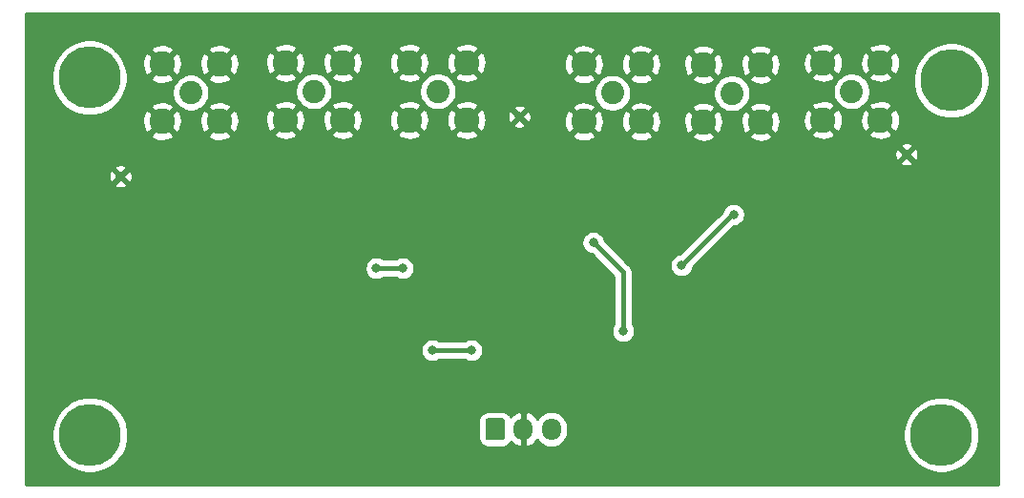
<source format=gbr>
G04 #@! TF.GenerationSoftware,KiCad,Pcbnew,(5.1.2)-2*
G04 #@! TF.CreationDate,2019-07-08T22:36:46+08:00*
G04 #@! TF.ProjectId,General Purpose Op Amp Eval-Board,47656e65-7261-46c2-9050-7572706f7365,rev?*
G04 #@! TF.SameCoordinates,Original*
G04 #@! TF.FileFunction,Copper,L2,Bot*
G04 #@! TF.FilePolarity,Positive*
%FSLAX46Y46*%
G04 Gerber Fmt 4.6, Leading zero omitted, Abs format (unit mm)*
G04 Created by KiCad (PCBNEW (5.1.2)-2) date 2019-07-08 22:36:46*
%MOMM*%
%LPD*%
G04 APERTURE LIST*
%ADD10C,5.500000*%
%ADD11C,0.850000*%
%ADD12C,2.050000*%
%ADD13C,2.250000*%
%ADD14C,0.100000*%
%ADD15C,1.700000*%
%ADD16O,1.700000X1.950000*%
%ADD17C,0.800000*%
%ADD18C,0.400000*%
%ADD19C,0.254000*%
G04 APERTURE END LIST*
D10*
X95250000Y-123190000D03*
X170789600Y-123190000D03*
X171653200Y-91744800D03*
X95199200Y-91490800D03*
D11*
X167690800Y-98298000D03*
X133350000Y-94945200D03*
X97942400Y-100228400D03*
D12*
X104190800Y-92811600D03*
D13*
X106730800Y-95351600D03*
X106730800Y-90271600D03*
X101650800Y-90271600D03*
X101650800Y-95351600D03*
X112572800Y-95250000D03*
X112572800Y-90170000D03*
X117652800Y-90170000D03*
X117652800Y-95250000D03*
D12*
X115112800Y-92710000D03*
X162814000Y-92710000D03*
D13*
X165354000Y-95250000D03*
X165354000Y-90170000D03*
X160274000Y-90170000D03*
X160274000Y-95250000D03*
X149656800Y-95402400D03*
X149656800Y-90322400D03*
X154736800Y-90322400D03*
X154736800Y-95402400D03*
D12*
X152196800Y-92862400D03*
D14*
G36*
X131815504Y-121708204D02*
G01*
X131839773Y-121711804D01*
X131863571Y-121717765D01*
X131886671Y-121726030D01*
X131908849Y-121736520D01*
X131929893Y-121749133D01*
X131949598Y-121763747D01*
X131967777Y-121780223D01*
X131984253Y-121798402D01*
X131998867Y-121818107D01*
X132011480Y-121839151D01*
X132021970Y-121861329D01*
X132030235Y-121884429D01*
X132036196Y-121908227D01*
X132039796Y-121932496D01*
X132041000Y-121957000D01*
X132041000Y-123407000D01*
X132039796Y-123431504D01*
X132036196Y-123455773D01*
X132030235Y-123479571D01*
X132021970Y-123502671D01*
X132011480Y-123524849D01*
X131998867Y-123545893D01*
X131984253Y-123565598D01*
X131967777Y-123583777D01*
X131949598Y-123600253D01*
X131929893Y-123614867D01*
X131908849Y-123627480D01*
X131886671Y-123637970D01*
X131863571Y-123646235D01*
X131839773Y-123652196D01*
X131815504Y-123655796D01*
X131791000Y-123657000D01*
X130591000Y-123657000D01*
X130566496Y-123655796D01*
X130542227Y-123652196D01*
X130518429Y-123646235D01*
X130495329Y-123637970D01*
X130473151Y-123627480D01*
X130452107Y-123614867D01*
X130432402Y-123600253D01*
X130414223Y-123583777D01*
X130397747Y-123565598D01*
X130383133Y-123545893D01*
X130370520Y-123524849D01*
X130360030Y-123502671D01*
X130351765Y-123479571D01*
X130345804Y-123455773D01*
X130342204Y-123431504D01*
X130341000Y-123407000D01*
X130341000Y-121957000D01*
X130342204Y-121932496D01*
X130345804Y-121908227D01*
X130351765Y-121884429D01*
X130360030Y-121861329D01*
X130370520Y-121839151D01*
X130383133Y-121818107D01*
X130397747Y-121798402D01*
X130414223Y-121780223D01*
X130432402Y-121763747D01*
X130452107Y-121749133D01*
X130473151Y-121736520D01*
X130495329Y-121726030D01*
X130518429Y-121717765D01*
X130542227Y-121711804D01*
X130566496Y-121708204D01*
X130591000Y-121707000D01*
X131791000Y-121707000D01*
X131815504Y-121708204D01*
X131815504Y-121708204D01*
G37*
D15*
X131191000Y-122682000D03*
D16*
X133691000Y-122682000D03*
X136191000Y-122682000D03*
D13*
X123571000Y-95250000D03*
X123571000Y-90170000D03*
X128651000Y-90170000D03*
X128651000Y-95250000D03*
D12*
X126111000Y-92710000D03*
X141605000Y-92837000D03*
D13*
X144145000Y-95377000D03*
X144145000Y-90297000D03*
X139065000Y-90297000D03*
X139065000Y-95377000D03*
D17*
X122986800Y-108407200D03*
X120650000Y-108407200D03*
X147726400Y-108153200D03*
X152349200Y-103632000D03*
X129082800Y-115671600D03*
X125628400Y-115671600D03*
X139903200Y-106121200D03*
X142544800Y-113995200D03*
D18*
X122986800Y-108407200D02*
X120650000Y-108407200D01*
X147726400Y-108153200D02*
X152247600Y-103632000D01*
X152247600Y-103632000D02*
X152349200Y-103632000D01*
X129082800Y-115671600D02*
X125628400Y-115671600D01*
X139903200Y-106121200D02*
X142544800Y-108762800D01*
X142544800Y-108762800D02*
X142544800Y-113995200D01*
D19*
G36*
X175870000Y-127610000D02*
G01*
X89560000Y-127610000D01*
X89560000Y-122856607D01*
X91865000Y-122856607D01*
X91865000Y-123523393D01*
X91995083Y-124177368D01*
X92250252Y-124793399D01*
X92620698Y-125347812D01*
X93092188Y-125819302D01*
X93646601Y-126189748D01*
X94262632Y-126444917D01*
X94916607Y-126575000D01*
X95583393Y-126575000D01*
X96237368Y-126444917D01*
X96853399Y-126189748D01*
X97407812Y-125819302D01*
X97879302Y-125347812D01*
X98249748Y-124793399D01*
X98504917Y-124177368D01*
X98635000Y-123523393D01*
X98635000Y-122856607D01*
X98504917Y-122202632D01*
X98403173Y-121957000D01*
X129702928Y-121957000D01*
X129702928Y-123407000D01*
X129719992Y-123580254D01*
X129770528Y-123746850D01*
X129852595Y-123900386D01*
X129963038Y-124034962D01*
X130097614Y-124145405D01*
X130251150Y-124227472D01*
X130417746Y-124278008D01*
X130591000Y-124295072D01*
X131791000Y-124295072D01*
X131964254Y-124278008D01*
X132130850Y-124227472D01*
X132284386Y-124145405D01*
X132418962Y-124034962D01*
X132529405Y-123900386D01*
X132585714Y-123795039D01*
X132601951Y-123816429D01*
X132819807Y-124009496D01*
X133071142Y-124156352D01*
X133334110Y-124248476D01*
X133564000Y-124127155D01*
X133564000Y-122809000D01*
X133544000Y-122809000D01*
X133544000Y-122555000D01*
X133564000Y-122555000D01*
X133564000Y-121236845D01*
X133818000Y-121236845D01*
X133818000Y-122555000D01*
X133838000Y-122555000D01*
X133838000Y-122809000D01*
X133818000Y-122809000D01*
X133818000Y-124127155D01*
X134047890Y-124248476D01*
X134310858Y-124156352D01*
X134562193Y-124009496D01*
X134780049Y-123816429D01*
X134936538Y-123610278D01*
X134950294Y-123636014D01*
X135135866Y-123862134D01*
X135361987Y-124047706D01*
X135619967Y-124185599D01*
X135899890Y-124270513D01*
X136191000Y-124299185D01*
X136482111Y-124270513D01*
X136762034Y-124185599D01*
X137020014Y-124047706D01*
X137246134Y-123862134D01*
X137431706Y-123636014D01*
X137569599Y-123378033D01*
X137654513Y-123098110D01*
X137676000Y-122879949D01*
X137676000Y-122856607D01*
X167404600Y-122856607D01*
X167404600Y-123523393D01*
X167534683Y-124177368D01*
X167789852Y-124793399D01*
X168160298Y-125347812D01*
X168631788Y-125819302D01*
X169186201Y-126189748D01*
X169802232Y-126444917D01*
X170456207Y-126575000D01*
X171122993Y-126575000D01*
X171776968Y-126444917D01*
X172392999Y-126189748D01*
X172947412Y-125819302D01*
X173418902Y-125347812D01*
X173789348Y-124793399D01*
X174044517Y-124177368D01*
X174174600Y-123523393D01*
X174174600Y-122856607D01*
X174044517Y-122202632D01*
X173789348Y-121586601D01*
X173418902Y-121032188D01*
X172947412Y-120560698D01*
X172392999Y-120190252D01*
X171776968Y-119935083D01*
X171122993Y-119805000D01*
X170456207Y-119805000D01*
X169802232Y-119935083D01*
X169186201Y-120190252D01*
X168631788Y-120560698D01*
X168160298Y-121032188D01*
X167789852Y-121586601D01*
X167534683Y-122202632D01*
X167404600Y-122856607D01*
X137676000Y-122856607D01*
X137676000Y-122484050D01*
X137654513Y-122265889D01*
X137569599Y-121985966D01*
X137431706Y-121727986D01*
X137246134Y-121501866D01*
X137020013Y-121316294D01*
X136762033Y-121178401D01*
X136482110Y-121093487D01*
X136191000Y-121064815D01*
X135899889Y-121093487D01*
X135619966Y-121178401D01*
X135361986Y-121316294D01*
X135135866Y-121501866D01*
X134950294Y-121727987D01*
X134936538Y-121753722D01*
X134780049Y-121547571D01*
X134562193Y-121354504D01*
X134310858Y-121207648D01*
X134047890Y-121115524D01*
X133818000Y-121236845D01*
X133564000Y-121236845D01*
X133334110Y-121115524D01*
X133071142Y-121207648D01*
X132819807Y-121354504D01*
X132601951Y-121547571D01*
X132585714Y-121568961D01*
X132529405Y-121463614D01*
X132418962Y-121329038D01*
X132284386Y-121218595D01*
X132130850Y-121136528D01*
X131964254Y-121085992D01*
X131791000Y-121068928D01*
X130591000Y-121068928D01*
X130417746Y-121085992D01*
X130251150Y-121136528D01*
X130097614Y-121218595D01*
X129963038Y-121329038D01*
X129852595Y-121463614D01*
X129770528Y-121617150D01*
X129719992Y-121783746D01*
X129702928Y-121957000D01*
X98403173Y-121957000D01*
X98249748Y-121586601D01*
X97879302Y-121032188D01*
X97407812Y-120560698D01*
X96853399Y-120190252D01*
X96237368Y-119935083D01*
X95583393Y-119805000D01*
X94916607Y-119805000D01*
X94262632Y-119935083D01*
X93646601Y-120190252D01*
X93092188Y-120560698D01*
X92620698Y-121032188D01*
X92250252Y-121586601D01*
X91995083Y-122202632D01*
X91865000Y-122856607D01*
X89560000Y-122856607D01*
X89560000Y-115569661D01*
X124593400Y-115569661D01*
X124593400Y-115773539D01*
X124633174Y-115973498D01*
X124711195Y-116161856D01*
X124824463Y-116331374D01*
X124968626Y-116475537D01*
X125138144Y-116588805D01*
X125326502Y-116666826D01*
X125526461Y-116706600D01*
X125730339Y-116706600D01*
X125930298Y-116666826D01*
X126118656Y-116588805D01*
X126241685Y-116506600D01*
X128469515Y-116506600D01*
X128592544Y-116588805D01*
X128780902Y-116666826D01*
X128980861Y-116706600D01*
X129184739Y-116706600D01*
X129384698Y-116666826D01*
X129573056Y-116588805D01*
X129742574Y-116475537D01*
X129886737Y-116331374D01*
X130000005Y-116161856D01*
X130078026Y-115973498D01*
X130117800Y-115773539D01*
X130117800Y-115569661D01*
X130078026Y-115369702D01*
X130000005Y-115181344D01*
X129886737Y-115011826D01*
X129742574Y-114867663D01*
X129573056Y-114754395D01*
X129384698Y-114676374D01*
X129184739Y-114636600D01*
X128980861Y-114636600D01*
X128780902Y-114676374D01*
X128592544Y-114754395D01*
X128469515Y-114836600D01*
X126241685Y-114836600D01*
X126118656Y-114754395D01*
X125930298Y-114676374D01*
X125730339Y-114636600D01*
X125526461Y-114636600D01*
X125326502Y-114676374D01*
X125138144Y-114754395D01*
X124968626Y-114867663D01*
X124824463Y-115011826D01*
X124711195Y-115181344D01*
X124633174Y-115369702D01*
X124593400Y-115569661D01*
X89560000Y-115569661D01*
X89560000Y-108305261D01*
X119615000Y-108305261D01*
X119615000Y-108509139D01*
X119654774Y-108709098D01*
X119732795Y-108897456D01*
X119846063Y-109066974D01*
X119990226Y-109211137D01*
X120159744Y-109324405D01*
X120348102Y-109402426D01*
X120548061Y-109442200D01*
X120751939Y-109442200D01*
X120951898Y-109402426D01*
X121140256Y-109324405D01*
X121263285Y-109242200D01*
X122373515Y-109242200D01*
X122496544Y-109324405D01*
X122684902Y-109402426D01*
X122884861Y-109442200D01*
X123088739Y-109442200D01*
X123288698Y-109402426D01*
X123477056Y-109324405D01*
X123646574Y-109211137D01*
X123790737Y-109066974D01*
X123904005Y-108897456D01*
X123982026Y-108709098D01*
X124021800Y-108509139D01*
X124021800Y-108305261D01*
X123982026Y-108105302D01*
X123904005Y-107916944D01*
X123790737Y-107747426D01*
X123646574Y-107603263D01*
X123477056Y-107489995D01*
X123288698Y-107411974D01*
X123088739Y-107372200D01*
X122884861Y-107372200D01*
X122684902Y-107411974D01*
X122496544Y-107489995D01*
X122373515Y-107572200D01*
X121263285Y-107572200D01*
X121140256Y-107489995D01*
X120951898Y-107411974D01*
X120751939Y-107372200D01*
X120548061Y-107372200D01*
X120348102Y-107411974D01*
X120159744Y-107489995D01*
X119990226Y-107603263D01*
X119846063Y-107747426D01*
X119732795Y-107916944D01*
X119654774Y-108105302D01*
X119615000Y-108305261D01*
X89560000Y-108305261D01*
X89560000Y-106019261D01*
X138868200Y-106019261D01*
X138868200Y-106223139D01*
X138907974Y-106423098D01*
X138985995Y-106611456D01*
X139099263Y-106780974D01*
X139243426Y-106925137D01*
X139412944Y-107038405D01*
X139601302Y-107116426D01*
X139746425Y-107145293D01*
X141709800Y-109108669D01*
X141709801Y-113381914D01*
X141627595Y-113504944D01*
X141549574Y-113693302D01*
X141509800Y-113893261D01*
X141509800Y-114097139D01*
X141549574Y-114297098D01*
X141627595Y-114485456D01*
X141740863Y-114654974D01*
X141885026Y-114799137D01*
X142054544Y-114912405D01*
X142242902Y-114990426D01*
X142442861Y-115030200D01*
X142646739Y-115030200D01*
X142846698Y-114990426D01*
X143035056Y-114912405D01*
X143204574Y-114799137D01*
X143348737Y-114654974D01*
X143462005Y-114485456D01*
X143540026Y-114297098D01*
X143579800Y-114097139D01*
X143579800Y-113893261D01*
X143540026Y-113693302D01*
X143462005Y-113504944D01*
X143379800Y-113381915D01*
X143379800Y-108803818D01*
X143383840Y-108762800D01*
X143367718Y-108599112D01*
X143319972Y-108441713D01*
X143253251Y-108316888D01*
X143242436Y-108296654D01*
X143138091Y-108169509D01*
X143106233Y-108143364D01*
X143014130Y-108051261D01*
X146691400Y-108051261D01*
X146691400Y-108255139D01*
X146731174Y-108455098D01*
X146809195Y-108643456D01*
X146922463Y-108812974D01*
X147066626Y-108957137D01*
X147236144Y-109070405D01*
X147424502Y-109148426D01*
X147624461Y-109188200D01*
X147828339Y-109188200D01*
X148028298Y-109148426D01*
X148216656Y-109070405D01*
X148386174Y-108957137D01*
X148530337Y-108812974D01*
X148643605Y-108643456D01*
X148721626Y-108455098D01*
X148750493Y-108309974D01*
X152393468Y-104667000D01*
X152451139Y-104667000D01*
X152651098Y-104627226D01*
X152839456Y-104549205D01*
X153008974Y-104435937D01*
X153153137Y-104291774D01*
X153266405Y-104122256D01*
X153344426Y-103933898D01*
X153384200Y-103733939D01*
X153384200Y-103530061D01*
X153344426Y-103330102D01*
X153266405Y-103141744D01*
X153153137Y-102972226D01*
X153008974Y-102828063D01*
X152839456Y-102714795D01*
X152651098Y-102636774D01*
X152451139Y-102597000D01*
X152247261Y-102597000D01*
X152047302Y-102636774D01*
X151858944Y-102714795D01*
X151689426Y-102828063D01*
X151545263Y-102972226D01*
X151431995Y-103141744D01*
X151353974Y-103330102D01*
X151350335Y-103348397D01*
X147569626Y-107129107D01*
X147424502Y-107157974D01*
X147236144Y-107235995D01*
X147066626Y-107349263D01*
X146922463Y-107493426D01*
X146809195Y-107662944D01*
X146731174Y-107851302D01*
X146691400Y-108051261D01*
X143014130Y-108051261D01*
X140927293Y-105964425D01*
X140898426Y-105819302D01*
X140820405Y-105630944D01*
X140707137Y-105461426D01*
X140562974Y-105317263D01*
X140393456Y-105203995D01*
X140205098Y-105125974D01*
X140005139Y-105086200D01*
X139801261Y-105086200D01*
X139601302Y-105125974D01*
X139412944Y-105203995D01*
X139243426Y-105317263D01*
X139099263Y-105461426D01*
X138985995Y-105630944D01*
X138907974Y-105819302D01*
X138868200Y-106019261D01*
X89560000Y-106019261D01*
X89560000Y-100952786D01*
X97397619Y-100952786D01*
X97423544Y-101158610D01*
X97614988Y-101241960D01*
X97819016Y-101286359D01*
X98027784Y-101290102D01*
X98233270Y-101253044D01*
X98427579Y-101176610D01*
X98461256Y-101158610D01*
X98487181Y-100952786D01*
X97942400Y-100408005D01*
X97397619Y-100952786D01*
X89560000Y-100952786D01*
X89560000Y-100313784D01*
X96880698Y-100313784D01*
X96917756Y-100519270D01*
X96994190Y-100713579D01*
X97012190Y-100747256D01*
X97218014Y-100773181D01*
X97762795Y-100228400D01*
X98122005Y-100228400D01*
X98666786Y-100773181D01*
X98872610Y-100747256D01*
X98955960Y-100555812D01*
X99000359Y-100351784D01*
X99004102Y-100143016D01*
X98967044Y-99937530D01*
X98890610Y-99743221D01*
X98872610Y-99709544D01*
X98666786Y-99683619D01*
X98122005Y-100228400D01*
X97762795Y-100228400D01*
X97218014Y-99683619D01*
X97012190Y-99709544D01*
X96928840Y-99900988D01*
X96884441Y-100105016D01*
X96880698Y-100313784D01*
X89560000Y-100313784D01*
X89560000Y-99504014D01*
X97397619Y-99504014D01*
X97942400Y-100048795D01*
X98487181Y-99504014D01*
X98461256Y-99298190D01*
X98269812Y-99214840D01*
X98065784Y-99170441D01*
X97857016Y-99166698D01*
X97651530Y-99203756D01*
X97457221Y-99280190D01*
X97423544Y-99298190D01*
X97397619Y-99504014D01*
X89560000Y-99504014D01*
X89560000Y-99022386D01*
X167146019Y-99022386D01*
X167171944Y-99228210D01*
X167363388Y-99311560D01*
X167567416Y-99355959D01*
X167776184Y-99359702D01*
X167981670Y-99322644D01*
X168175979Y-99246210D01*
X168209656Y-99228210D01*
X168235581Y-99022386D01*
X167690800Y-98477605D01*
X167146019Y-99022386D01*
X89560000Y-99022386D01*
X89560000Y-98383384D01*
X166629098Y-98383384D01*
X166666156Y-98588870D01*
X166742590Y-98783179D01*
X166760590Y-98816856D01*
X166966414Y-98842781D01*
X167511195Y-98298000D01*
X167870405Y-98298000D01*
X168415186Y-98842781D01*
X168621010Y-98816856D01*
X168704360Y-98625412D01*
X168748759Y-98421384D01*
X168752502Y-98212616D01*
X168715444Y-98007130D01*
X168639010Y-97812821D01*
X168621010Y-97779144D01*
X168415186Y-97753219D01*
X167870405Y-98298000D01*
X167511195Y-98298000D01*
X166966414Y-97753219D01*
X166760590Y-97779144D01*
X166677240Y-97970588D01*
X166632841Y-98174616D01*
X166629098Y-98383384D01*
X89560000Y-98383384D01*
X89560000Y-97573614D01*
X167146019Y-97573614D01*
X167690800Y-98118395D01*
X168235581Y-97573614D01*
X168209656Y-97367790D01*
X168018212Y-97284440D01*
X167814184Y-97240041D01*
X167605416Y-97236298D01*
X167399930Y-97273356D01*
X167205621Y-97349790D01*
X167171944Y-97367790D01*
X167146019Y-97573614D01*
X89560000Y-97573614D01*
X89560000Y-96576131D01*
X100605874Y-96576131D01*
X100716721Y-96853314D01*
X101027640Y-97006689D01*
X101362505Y-97096460D01*
X101708450Y-97119176D01*
X102052180Y-97073966D01*
X102380485Y-96962566D01*
X102584879Y-96853314D01*
X102695726Y-96576131D01*
X105685874Y-96576131D01*
X105796721Y-96853314D01*
X106107640Y-97006689D01*
X106442505Y-97096460D01*
X106788450Y-97119176D01*
X107132180Y-97073966D01*
X107460485Y-96962566D01*
X107664879Y-96853314D01*
X107775726Y-96576131D01*
X107674126Y-96474531D01*
X111527874Y-96474531D01*
X111638721Y-96751714D01*
X111949640Y-96905089D01*
X112284505Y-96994860D01*
X112630450Y-97017576D01*
X112974180Y-96972366D01*
X113302485Y-96860966D01*
X113506879Y-96751714D01*
X113617726Y-96474531D01*
X116607874Y-96474531D01*
X116718721Y-96751714D01*
X117029640Y-96905089D01*
X117364505Y-96994860D01*
X117710450Y-97017576D01*
X118054180Y-96972366D01*
X118382485Y-96860966D01*
X118586879Y-96751714D01*
X118697726Y-96474531D01*
X122526074Y-96474531D01*
X122636921Y-96751714D01*
X122947840Y-96905089D01*
X123282705Y-96994860D01*
X123628650Y-97017576D01*
X123972380Y-96972366D01*
X124300685Y-96860966D01*
X124505079Y-96751714D01*
X124615926Y-96474531D01*
X127606074Y-96474531D01*
X127716921Y-96751714D01*
X128027840Y-96905089D01*
X128362705Y-96994860D01*
X128708650Y-97017576D01*
X129052380Y-96972366D01*
X129380685Y-96860966D01*
X129585079Y-96751714D01*
X129645138Y-96601531D01*
X138020074Y-96601531D01*
X138130921Y-96878714D01*
X138441840Y-97032089D01*
X138776705Y-97121860D01*
X139122650Y-97144576D01*
X139466380Y-97099366D01*
X139794685Y-96987966D01*
X139999079Y-96878714D01*
X140109926Y-96601531D01*
X143100074Y-96601531D01*
X143210921Y-96878714D01*
X143521840Y-97032089D01*
X143856705Y-97121860D01*
X144202650Y-97144576D01*
X144546380Y-97099366D01*
X144874685Y-96987966D01*
X145079079Y-96878714D01*
X145179768Y-96626931D01*
X148611874Y-96626931D01*
X148722721Y-96904114D01*
X149033640Y-97057489D01*
X149368505Y-97147260D01*
X149714450Y-97169976D01*
X150058180Y-97124766D01*
X150386485Y-97013366D01*
X150590879Y-96904114D01*
X150701726Y-96626931D01*
X153691874Y-96626931D01*
X153802721Y-96904114D01*
X154113640Y-97057489D01*
X154448505Y-97147260D01*
X154794450Y-97169976D01*
X155138180Y-97124766D01*
X155466485Y-97013366D01*
X155670879Y-96904114D01*
X155781726Y-96626931D01*
X155629326Y-96474531D01*
X159229074Y-96474531D01*
X159339921Y-96751714D01*
X159650840Y-96905089D01*
X159985705Y-96994860D01*
X160331650Y-97017576D01*
X160675380Y-96972366D01*
X161003685Y-96860966D01*
X161208079Y-96751714D01*
X161318926Y-96474531D01*
X164309074Y-96474531D01*
X164419921Y-96751714D01*
X164730840Y-96905089D01*
X165065705Y-96994860D01*
X165411650Y-97017576D01*
X165755380Y-96972366D01*
X166083685Y-96860966D01*
X166288079Y-96751714D01*
X166398926Y-96474531D01*
X165354000Y-95429605D01*
X164309074Y-96474531D01*
X161318926Y-96474531D01*
X160274000Y-95429605D01*
X159229074Y-96474531D01*
X155629326Y-96474531D01*
X154736800Y-95582005D01*
X153691874Y-96626931D01*
X150701726Y-96626931D01*
X149656800Y-95582005D01*
X148611874Y-96626931D01*
X145179768Y-96626931D01*
X145189926Y-96601531D01*
X144145000Y-95556605D01*
X143100074Y-96601531D01*
X140109926Y-96601531D01*
X139065000Y-95556605D01*
X138020074Y-96601531D01*
X129645138Y-96601531D01*
X129695926Y-96474531D01*
X128651000Y-95429605D01*
X127606074Y-96474531D01*
X124615926Y-96474531D01*
X123571000Y-95429605D01*
X122526074Y-96474531D01*
X118697726Y-96474531D01*
X117652800Y-95429605D01*
X116607874Y-96474531D01*
X113617726Y-96474531D01*
X112572800Y-95429605D01*
X111527874Y-96474531D01*
X107674126Y-96474531D01*
X106730800Y-95531205D01*
X105685874Y-96576131D01*
X102695726Y-96576131D01*
X101650800Y-95531205D01*
X100605874Y-96576131D01*
X89560000Y-96576131D01*
X89560000Y-95409250D01*
X99883224Y-95409250D01*
X99928434Y-95752980D01*
X100039834Y-96081285D01*
X100149086Y-96285679D01*
X100426269Y-96396526D01*
X101471195Y-95351600D01*
X101830405Y-95351600D01*
X102875331Y-96396526D01*
X103152514Y-96285679D01*
X103305889Y-95974760D01*
X103395660Y-95639895D01*
X103410804Y-95409250D01*
X104963224Y-95409250D01*
X105008434Y-95752980D01*
X105119834Y-96081285D01*
X105229086Y-96285679D01*
X105506269Y-96396526D01*
X106551195Y-95351600D01*
X106910405Y-95351600D01*
X107955331Y-96396526D01*
X108232514Y-96285679D01*
X108385889Y-95974760D01*
X108475660Y-95639895D01*
X108497476Y-95307650D01*
X110805224Y-95307650D01*
X110850434Y-95651380D01*
X110961834Y-95979685D01*
X111071086Y-96184079D01*
X111348269Y-96294926D01*
X112393195Y-95250000D01*
X112752405Y-95250000D01*
X113797331Y-96294926D01*
X114074514Y-96184079D01*
X114227889Y-95873160D01*
X114317660Y-95538295D01*
X114332804Y-95307650D01*
X115885224Y-95307650D01*
X115930434Y-95651380D01*
X116041834Y-95979685D01*
X116151086Y-96184079D01*
X116428269Y-96294926D01*
X117473195Y-95250000D01*
X117832405Y-95250000D01*
X118877331Y-96294926D01*
X119154514Y-96184079D01*
X119307889Y-95873160D01*
X119397660Y-95538295D01*
X119412804Y-95307650D01*
X121803424Y-95307650D01*
X121848634Y-95651380D01*
X121960034Y-95979685D01*
X122069286Y-96184079D01*
X122346469Y-96294926D01*
X123391395Y-95250000D01*
X123750605Y-95250000D01*
X124795531Y-96294926D01*
X125072714Y-96184079D01*
X125226089Y-95873160D01*
X125315860Y-95538295D01*
X125331004Y-95307650D01*
X126883424Y-95307650D01*
X126928634Y-95651380D01*
X127040034Y-95979685D01*
X127149286Y-96184079D01*
X127426469Y-96294926D01*
X128471395Y-95250000D01*
X128830605Y-95250000D01*
X129875531Y-96294926D01*
X130152714Y-96184079D01*
X130306089Y-95873160D01*
X130360663Y-95669586D01*
X132805219Y-95669586D01*
X132831144Y-95875410D01*
X133022588Y-95958760D01*
X133226616Y-96003159D01*
X133435384Y-96006902D01*
X133640870Y-95969844D01*
X133835179Y-95893410D01*
X133868856Y-95875410D01*
X133894781Y-95669586D01*
X133350000Y-95124805D01*
X132805219Y-95669586D01*
X130360663Y-95669586D01*
X130395860Y-95538295D01*
X130418576Y-95192350D01*
X130397300Y-95030584D01*
X132288298Y-95030584D01*
X132325356Y-95236070D01*
X132401790Y-95430379D01*
X132419790Y-95464056D01*
X132625614Y-95489981D01*
X133170395Y-94945200D01*
X133529605Y-94945200D01*
X134074386Y-95489981D01*
X134280210Y-95464056D01*
X134293012Y-95434650D01*
X137297424Y-95434650D01*
X137342634Y-95778380D01*
X137454034Y-96106685D01*
X137563286Y-96311079D01*
X137840469Y-96421926D01*
X138885395Y-95377000D01*
X139244605Y-95377000D01*
X140289531Y-96421926D01*
X140566714Y-96311079D01*
X140720089Y-96000160D01*
X140809860Y-95665295D01*
X140825004Y-95434650D01*
X142377424Y-95434650D01*
X142422634Y-95778380D01*
X142534034Y-96106685D01*
X142643286Y-96311079D01*
X142920469Y-96421926D01*
X143965395Y-95377000D01*
X144324605Y-95377000D01*
X145369531Y-96421926D01*
X145646714Y-96311079D01*
X145800089Y-96000160D01*
X145889860Y-95665295D01*
X145903337Y-95460050D01*
X147889224Y-95460050D01*
X147934434Y-95803780D01*
X148045834Y-96132085D01*
X148155086Y-96336479D01*
X148432269Y-96447326D01*
X149477195Y-95402400D01*
X149836405Y-95402400D01*
X150881331Y-96447326D01*
X151158514Y-96336479D01*
X151311889Y-96025560D01*
X151401660Y-95690695D01*
X151416804Y-95460050D01*
X152969224Y-95460050D01*
X153014434Y-95803780D01*
X153125834Y-96132085D01*
X153235086Y-96336479D01*
X153512269Y-96447326D01*
X154557195Y-95402400D01*
X154916405Y-95402400D01*
X155961331Y-96447326D01*
X156238514Y-96336479D01*
X156391889Y-96025560D01*
X156481660Y-95690695D01*
X156504376Y-95344750D01*
X156499497Y-95307650D01*
X158506424Y-95307650D01*
X158551634Y-95651380D01*
X158663034Y-95979685D01*
X158772286Y-96184079D01*
X159049469Y-96294926D01*
X160094395Y-95250000D01*
X160453605Y-95250000D01*
X161498531Y-96294926D01*
X161775714Y-96184079D01*
X161929089Y-95873160D01*
X162018860Y-95538295D01*
X162034004Y-95307650D01*
X163586424Y-95307650D01*
X163631634Y-95651380D01*
X163743034Y-95979685D01*
X163852286Y-96184079D01*
X164129469Y-96294926D01*
X165174395Y-95250000D01*
X165533605Y-95250000D01*
X166578531Y-96294926D01*
X166855714Y-96184079D01*
X167009089Y-95873160D01*
X167098860Y-95538295D01*
X167121576Y-95192350D01*
X167076366Y-94848620D01*
X166964966Y-94520315D01*
X166855714Y-94315921D01*
X166578531Y-94205074D01*
X165533605Y-95250000D01*
X165174395Y-95250000D01*
X164129469Y-94205074D01*
X163852286Y-94315921D01*
X163698911Y-94626840D01*
X163609140Y-94961705D01*
X163586424Y-95307650D01*
X162034004Y-95307650D01*
X162041576Y-95192350D01*
X161996366Y-94848620D01*
X161884966Y-94520315D01*
X161775714Y-94315921D01*
X161498531Y-94205074D01*
X160453605Y-95250000D01*
X160094395Y-95250000D01*
X159049469Y-94205074D01*
X158772286Y-94315921D01*
X158618911Y-94626840D01*
X158529140Y-94961705D01*
X158506424Y-95307650D01*
X156499497Y-95307650D01*
X156459166Y-95001020D01*
X156347766Y-94672715D01*
X156238514Y-94468321D01*
X155961331Y-94357474D01*
X154916405Y-95402400D01*
X154557195Y-95402400D01*
X153512269Y-94357474D01*
X153235086Y-94468321D01*
X153081711Y-94779240D01*
X152991940Y-95114105D01*
X152969224Y-95460050D01*
X151416804Y-95460050D01*
X151424376Y-95344750D01*
X151379166Y-95001020D01*
X151267766Y-94672715D01*
X151158514Y-94468321D01*
X150881331Y-94357474D01*
X149836405Y-95402400D01*
X149477195Y-95402400D01*
X148432269Y-94357474D01*
X148155086Y-94468321D01*
X148001711Y-94779240D01*
X147911940Y-95114105D01*
X147889224Y-95460050D01*
X145903337Y-95460050D01*
X145912576Y-95319350D01*
X145867366Y-94975620D01*
X145755966Y-94647315D01*
X145646714Y-94442921D01*
X145369531Y-94332074D01*
X144324605Y-95377000D01*
X143965395Y-95377000D01*
X142920469Y-94332074D01*
X142643286Y-94442921D01*
X142489911Y-94753840D01*
X142400140Y-95088705D01*
X142377424Y-95434650D01*
X140825004Y-95434650D01*
X140832576Y-95319350D01*
X140787366Y-94975620D01*
X140675966Y-94647315D01*
X140566714Y-94442921D01*
X140289531Y-94332074D01*
X139244605Y-95377000D01*
X138885395Y-95377000D01*
X137840469Y-94332074D01*
X137563286Y-94442921D01*
X137409911Y-94753840D01*
X137320140Y-95088705D01*
X137297424Y-95434650D01*
X134293012Y-95434650D01*
X134363560Y-95272612D01*
X134407959Y-95068584D01*
X134411702Y-94859816D01*
X134374644Y-94654330D01*
X134298210Y-94460021D01*
X134280210Y-94426344D01*
X134074386Y-94400419D01*
X133529605Y-94945200D01*
X133170395Y-94945200D01*
X132625614Y-94400419D01*
X132419790Y-94426344D01*
X132336440Y-94617788D01*
X132292041Y-94821816D01*
X132288298Y-95030584D01*
X130397300Y-95030584D01*
X130373366Y-94848620D01*
X130261966Y-94520315D01*
X130152714Y-94315921D01*
X129914891Y-94220814D01*
X132805219Y-94220814D01*
X133350000Y-94765595D01*
X133894781Y-94220814D01*
X133886173Y-94152469D01*
X138020074Y-94152469D01*
X139065000Y-95197395D01*
X140109926Y-94152469D01*
X139999079Y-93875286D01*
X139688160Y-93721911D01*
X139353295Y-93632140D01*
X139007350Y-93609424D01*
X138663620Y-93654634D01*
X138335315Y-93766034D01*
X138130921Y-93875286D01*
X138020074Y-94152469D01*
X133886173Y-94152469D01*
X133868856Y-94014990D01*
X133677412Y-93931640D01*
X133473384Y-93887241D01*
X133264616Y-93883498D01*
X133059130Y-93920556D01*
X132864821Y-93996990D01*
X132831144Y-94014990D01*
X132805219Y-94220814D01*
X129914891Y-94220814D01*
X129875531Y-94205074D01*
X128830605Y-95250000D01*
X128471395Y-95250000D01*
X127426469Y-94205074D01*
X127149286Y-94315921D01*
X126995911Y-94626840D01*
X126906140Y-94961705D01*
X126883424Y-95307650D01*
X125331004Y-95307650D01*
X125338576Y-95192350D01*
X125293366Y-94848620D01*
X125181966Y-94520315D01*
X125072714Y-94315921D01*
X124795531Y-94205074D01*
X123750605Y-95250000D01*
X123391395Y-95250000D01*
X122346469Y-94205074D01*
X122069286Y-94315921D01*
X121915911Y-94626840D01*
X121826140Y-94961705D01*
X121803424Y-95307650D01*
X119412804Y-95307650D01*
X119420376Y-95192350D01*
X119375166Y-94848620D01*
X119263766Y-94520315D01*
X119154514Y-94315921D01*
X118877331Y-94205074D01*
X117832405Y-95250000D01*
X117473195Y-95250000D01*
X116428269Y-94205074D01*
X116151086Y-94315921D01*
X115997711Y-94626840D01*
X115907940Y-94961705D01*
X115885224Y-95307650D01*
X114332804Y-95307650D01*
X114340376Y-95192350D01*
X114295166Y-94848620D01*
X114183766Y-94520315D01*
X114074514Y-94315921D01*
X113797331Y-94205074D01*
X112752405Y-95250000D01*
X112393195Y-95250000D01*
X111348269Y-94205074D01*
X111071086Y-94315921D01*
X110917711Y-94626840D01*
X110827940Y-94961705D01*
X110805224Y-95307650D01*
X108497476Y-95307650D01*
X108498376Y-95293950D01*
X108453166Y-94950220D01*
X108341766Y-94621915D01*
X108232514Y-94417521D01*
X107955331Y-94306674D01*
X106910405Y-95351600D01*
X106551195Y-95351600D01*
X105506269Y-94306674D01*
X105229086Y-94417521D01*
X105075711Y-94728440D01*
X104985940Y-95063305D01*
X104963224Y-95409250D01*
X103410804Y-95409250D01*
X103418376Y-95293950D01*
X103373166Y-94950220D01*
X103261766Y-94621915D01*
X103152514Y-94417521D01*
X102875331Y-94306674D01*
X101830405Y-95351600D01*
X101471195Y-95351600D01*
X100426269Y-94306674D01*
X100149086Y-94417521D01*
X99995711Y-94728440D01*
X99905940Y-95063305D01*
X99883224Y-95409250D01*
X89560000Y-95409250D01*
X89560000Y-91157407D01*
X91814200Y-91157407D01*
X91814200Y-91824193D01*
X91944283Y-92478168D01*
X92199452Y-93094199D01*
X92569898Y-93648612D01*
X93041388Y-94120102D01*
X93595801Y-94490548D01*
X94211832Y-94745717D01*
X94865807Y-94875800D01*
X95532593Y-94875800D01*
X96186568Y-94745717D01*
X96802599Y-94490548D01*
X97346585Y-94127069D01*
X100605874Y-94127069D01*
X101650800Y-95171995D01*
X102695726Y-94127069D01*
X102584879Y-93849886D01*
X102273960Y-93696511D01*
X101939095Y-93606740D01*
X101593150Y-93584024D01*
X101249420Y-93629234D01*
X100921115Y-93740634D01*
X100716721Y-93849886D01*
X100605874Y-94127069D01*
X97346585Y-94127069D01*
X97357012Y-94120102D01*
X97828502Y-93648612D01*
X98198948Y-93094199D01*
X98383727Y-92648104D01*
X102530800Y-92648104D01*
X102530800Y-92975096D01*
X102594593Y-93295804D01*
X102719727Y-93597905D01*
X102901394Y-93869788D01*
X103132612Y-94101006D01*
X103404495Y-94282673D01*
X103706596Y-94407807D01*
X104027304Y-94471600D01*
X104354296Y-94471600D01*
X104675004Y-94407807D01*
X104977105Y-94282673D01*
X105209982Y-94127069D01*
X105685874Y-94127069D01*
X106730800Y-95171995D01*
X107775726Y-94127069D01*
X107735096Y-94025469D01*
X111527874Y-94025469D01*
X112572800Y-95070395D01*
X113617726Y-94025469D01*
X113506879Y-93748286D01*
X113195960Y-93594911D01*
X112861095Y-93505140D01*
X112515150Y-93482424D01*
X112171420Y-93527634D01*
X111843115Y-93639034D01*
X111638721Y-93748286D01*
X111527874Y-94025469D01*
X107735096Y-94025469D01*
X107664879Y-93849886D01*
X107353960Y-93696511D01*
X107019095Y-93606740D01*
X106673150Y-93584024D01*
X106329420Y-93629234D01*
X106001115Y-93740634D01*
X105796721Y-93849886D01*
X105685874Y-94127069D01*
X105209982Y-94127069D01*
X105248988Y-94101006D01*
X105480206Y-93869788D01*
X105661873Y-93597905D01*
X105787007Y-93295804D01*
X105850800Y-92975096D01*
X105850800Y-92648104D01*
X105830591Y-92546504D01*
X113452800Y-92546504D01*
X113452800Y-92873496D01*
X113516593Y-93194204D01*
X113641727Y-93496305D01*
X113823394Y-93768188D01*
X114054612Y-93999406D01*
X114326495Y-94181073D01*
X114628596Y-94306207D01*
X114949304Y-94370000D01*
X115276296Y-94370000D01*
X115597004Y-94306207D01*
X115899105Y-94181073D01*
X116131982Y-94025469D01*
X116607874Y-94025469D01*
X117652800Y-95070395D01*
X118697726Y-94025469D01*
X122526074Y-94025469D01*
X123571000Y-95070395D01*
X124615926Y-94025469D01*
X124505079Y-93748286D01*
X124194160Y-93594911D01*
X123859295Y-93505140D01*
X123513350Y-93482424D01*
X123169620Y-93527634D01*
X122841315Y-93639034D01*
X122636921Y-93748286D01*
X122526074Y-94025469D01*
X118697726Y-94025469D01*
X118586879Y-93748286D01*
X118275960Y-93594911D01*
X117941095Y-93505140D01*
X117595150Y-93482424D01*
X117251420Y-93527634D01*
X116923115Y-93639034D01*
X116718721Y-93748286D01*
X116607874Y-94025469D01*
X116131982Y-94025469D01*
X116170988Y-93999406D01*
X116402206Y-93768188D01*
X116583873Y-93496305D01*
X116709007Y-93194204D01*
X116772800Y-92873496D01*
X116772800Y-92546504D01*
X124451000Y-92546504D01*
X124451000Y-92873496D01*
X124514793Y-93194204D01*
X124639927Y-93496305D01*
X124821594Y-93768188D01*
X125052812Y-93999406D01*
X125324695Y-94181073D01*
X125626796Y-94306207D01*
X125947504Y-94370000D01*
X126274496Y-94370000D01*
X126595204Y-94306207D01*
X126897305Y-94181073D01*
X127130182Y-94025469D01*
X127606074Y-94025469D01*
X128651000Y-95070395D01*
X129695926Y-94025469D01*
X129585079Y-93748286D01*
X129274160Y-93594911D01*
X128939295Y-93505140D01*
X128593350Y-93482424D01*
X128249620Y-93527634D01*
X127921315Y-93639034D01*
X127716921Y-93748286D01*
X127606074Y-94025469D01*
X127130182Y-94025469D01*
X127169188Y-93999406D01*
X127400406Y-93768188D01*
X127582073Y-93496305D01*
X127707207Y-93194204D01*
X127771000Y-92873496D01*
X127771000Y-92673504D01*
X139945000Y-92673504D01*
X139945000Y-93000496D01*
X140008793Y-93321204D01*
X140133927Y-93623305D01*
X140315594Y-93895188D01*
X140546812Y-94126406D01*
X140818695Y-94308073D01*
X141120796Y-94433207D01*
X141441504Y-94497000D01*
X141768496Y-94497000D01*
X142089204Y-94433207D01*
X142391305Y-94308073D01*
X142624182Y-94152469D01*
X143100074Y-94152469D01*
X144145000Y-95197395D01*
X145164526Y-94177869D01*
X148611874Y-94177869D01*
X149656800Y-95222795D01*
X150701726Y-94177869D01*
X150590879Y-93900686D01*
X150279960Y-93747311D01*
X149945095Y-93657540D01*
X149599150Y-93634824D01*
X149255420Y-93680034D01*
X148927115Y-93791434D01*
X148722721Y-93900686D01*
X148611874Y-94177869D01*
X145164526Y-94177869D01*
X145189926Y-94152469D01*
X145079079Y-93875286D01*
X144768160Y-93721911D01*
X144433295Y-93632140D01*
X144087350Y-93609424D01*
X143743620Y-93654634D01*
X143415315Y-93766034D01*
X143210921Y-93875286D01*
X143100074Y-94152469D01*
X142624182Y-94152469D01*
X142663188Y-94126406D01*
X142894406Y-93895188D01*
X143076073Y-93623305D01*
X143201207Y-93321204D01*
X143265000Y-93000496D01*
X143265000Y-92698904D01*
X150536800Y-92698904D01*
X150536800Y-93025896D01*
X150600593Y-93346604D01*
X150725727Y-93648705D01*
X150907394Y-93920588D01*
X151138612Y-94151806D01*
X151410495Y-94333473D01*
X151712596Y-94458607D01*
X152033304Y-94522400D01*
X152360296Y-94522400D01*
X152681004Y-94458607D01*
X152983105Y-94333473D01*
X153215982Y-94177869D01*
X153691874Y-94177869D01*
X154736800Y-95222795D01*
X155781726Y-94177869D01*
X155720781Y-94025469D01*
X159229074Y-94025469D01*
X160274000Y-95070395D01*
X161318926Y-94025469D01*
X161208079Y-93748286D01*
X160897160Y-93594911D01*
X160562295Y-93505140D01*
X160216350Y-93482424D01*
X159872620Y-93527634D01*
X159544315Y-93639034D01*
X159339921Y-93748286D01*
X159229074Y-94025469D01*
X155720781Y-94025469D01*
X155670879Y-93900686D01*
X155359960Y-93747311D01*
X155025095Y-93657540D01*
X154679150Y-93634824D01*
X154335420Y-93680034D01*
X154007115Y-93791434D01*
X153802721Y-93900686D01*
X153691874Y-94177869D01*
X153215982Y-94177869D01*
X153254988Y-94151806D01*
X153486206Y-93920588D01*
X153667873Y-93648705D01*
X153793007Y-93346604D01*
X153856800Y-93025896D01*
X153856800Y-92698904D01*
X153826486Y-92546504D01*
X161154000Y-92546504D01*
X161154000Y-92873496D01*
X161217793Y-93194204D01*
X161342927Y-93496305D01*
X161524594Y-93768188D01*
X161755812Y-93999406D01*
X162027695Y-94181073D01*
X162329796Y-94306207D01*
X162650504Y-94370000D01*
X162977496Y-94370000D01*
X163298204Y-94306207D01*
X163600305Y-94181073D01*
X163833182Y-94025469D01*
X164309074Y-94025469D01*
X165354000Y-95070395D01*
X166398926Y-94025469D01*
X166288079Y-93748286D01*
X165977160Y-93594911D01*
X165642295Y-93505140D01*
X165296350Y-93482424D01*
X164952620Y-93527634D01*
X164624315Y-93639034D01*
X164419921Y-93748286D01*
X164309074Y-94025469D01*
X163833182Y-94025469D01*
X163872188Y-93999406D01*
X164103406Y-93768188D01*
X164285073Y-93496305D01*
X164410207Y-93194204D01*
X164474000Y-92873496D01*
X164474000Y-92546504D01*
X164410207Y-92225796D01*
X164285073Y-91923695D01*
X164103406Y-91651812D01*
X163872188Y-91420594D01*
X163833183Y-91394531D01*
X164309074Y-91394531D01*
X164419921Y-91671714D01*
X164730840Y-91825089D01*
X165065705Y-91914860D01*
X165411650Y-91937576D01*
X165755380Y-91892366D01*
X166083685Y-91780966D01*
X166288079Y-91671714D01*
X166392177Y-91411407D01*
X168268200Y-91411407D01*
X168268200Y-92078193D01*
X168398283Y-92732168D01*
X168653452Y-93348199D01*
X169023898Y-93902612D01*
X169495388Y-94374102D01*
X170049801Y-94744548D01*
X170665832Y-94999717D01*
X171319807Y-95129800D01*
X171986593Y-95129800D01*
X172640568Y-94999717D01*
X173256599Y-94744548D01*
X173811012Y-94374102D01*
X174282502Y-93902612D01*
X174652948Y-93348199D01*
X174908117Y-92732168D01*
X175038200Y-92078193D01*
X175038200Y-91411407D01*
X174908117Y-90757432D01*
X174652948Y-90141401D01*
X174282502Y-89586988D01*
X173811012Y-89115498D01*
X173256599Y-88745052D01*
X172640568Y-88489883D01*
X171986593Y-88359800D01*
X171319807Y-88359800D01*
X170665832Y-88489883D01*
X170049801Y-88745052D01*
X169495388Y-89115498D01*
X169023898Y-89586988D01*
X168653452Y-90141401D01*
X168398283Y-90757432D01*
X168268200Y-91411407D01*
X166392177Y-91411407D01*
X166398926Y-91394531D01*
X165354000Y-90349605D01*
X164309074Y-91394531D01*
X163833183Y-91394531D01*
X163600305Y-91238927D01*
X163298204Y-91113793D01*
X162977496Y-91050000D01*
X162650504Y-91050000D01*
X162329796Y-91113793D01*
X162027695Y-91238927D01*
X161755812Y-91420594D01*
X161524594Y-91651812D01*
X161342927Y-91923695D01*
X161217793Y-92225796D01*
X161154000Y-92546504D01*
X153826486Y-92546504D01*
X153793007Y-92378196D01*
X153667873Y-92076095D01*
X153486206Y-91804212D01*
X153254988Y-91572994D01*
X153215983Y-91546931D01*
X153691874Y-91546931D01*
X153802721Y-91824114D01*
X154113640Y-91977489D01*
X154448505Y-92067260D01*
X154794450Y-92089976D01*
X155138180Y-92044766D01*
X155466485Y-91933366D01*
X155670879Y-91824114D01*
X155781726Y-91546931D01*
X155629326Y-91394531D01*
X159229074Y-91394531D01*
X159339921Y-91671714D01*
X159650840Y-91825089D01*
X159985705Y-91914860D01*
X160331650Y-91937576D01*
X160675380Y-91892366D01*
X161003685Y-91780966D01*
X161208079Y-91671714D01*
X161318926Y-91394531D01*
X160274000Y-90349605D01*
X159229074Y-91394531D01*
X155629326Y-91394531D01*
X154736800Y-90502005D01*
X153691874Y-91546931D01*
X153215983Y-91546931D01*
X152983105Y-91391327D01*
X152681004Y-91266193D01*
X152360296Y-91202400D01*
X152033304Y-91202400D01*
X151712596Y-91266193D01*
X151410495Y-91391327D01*
X151138612Y-91572994D01*
X150907394Y-91804212D01*
X150725727Y-92076095D01*
X150600593Y-92378196D01*
X150536800Y-92698904D01*
X143265000Y-92698904D01*
X143265000Y-92673504D01*
X143201207Y-92352796D01*
X143076073Y-92050695D01*
X142894406Y-91778812D01*
X142663188Y-91547594D01*
X142624183Y-91521531D01*
X143100074Y-91521531D01*
X143210921Y-91798714D01*
X143521840Y-91952089D01*
X143856705Y-92041860D01*
X144202650Y-92064576D01*
X144546380Y-92019366D01*
X144874685Y-91907966D01*
X145079079Y-91798714D01*
X145179768Y-91546931D01*
X148611874Y-91546931D01*
X148722721Y-91824114D01*
X149033640Y-91977489D01*
X149368505Y-92067260D01*
X149714450Y-92089976D01*
X150058180Y-92044766D01*
X150386485Y-91933366D01*
X150590879Y-91824114D01*
X150701726Y-91546931D01*
X149656800Y-90502005D01*
X148611874Y-91546931D01*
X145179768Y-91546931D01*
X145189926Y-91521531D01*
X144145000Y-90476605D01*
X143100074Y-91521531D01*
X142624183Y-91521531D01*
X142391305Y-91365927D01*
X142089204Y-91240793D01*
X141768496Y-91177000D01*
X141441504Y-91177000D01*
X141120796Y-91240793D01*
X140818695Y-91365927D01*
X140546812Y-91547594D01*
X140315594Y-91778812D01*
X140133927Y-92050695D01*
X140008793Y-92352796D01*
X139945000Y-92673504D01*
X127771000Y-92673504D01*
X127771000Y-92546504D01*
X127707207Y-92225796D01*
X127582073Y-91923695D01*
X127400406Y-91651812D01*
X127169188Y-91420594D01*
X127130183Y-91394531D01*
X127606074Y-91394531D01*
X127716921Y-91671714D01*
X128027840Y-91825089D01*
X128362705Y-91914860D01*
X128708650Y-91937576D01*
X129052380Y-91892366D01*
X129380685Y-91780966D01*
X129585079Y-91671714D01*
X129645138Y-91521531D01*
X138020074Y-91521531D01*
X138130921Y-91798714D01*
X138441840Y-91952089D01*
X138776705Y-92041860D01*
X139122650Y-92064576D01*
X139466380Y-92019366D01*
X139794685Y-91907966D01*
X139999079Y-91798714D01*
X140109926Y-91521531D01*
X139065000Y-90476605D01*
X138020074Y-91521531D01*
X129645138Y-91521531D01*
X129695926Y-91394531D01*
X128651000Y-90349605D01*
X127606074Y-91394531D01*
X127130183Y-91394531D01*
X126897305Y-91238927D01*
X126595204Y-91113793D01*
X126274496Y-91050000D01*
X125947504Y-91050000D01*
X125626796Y-91113793D01*
X125324695Y-91238927D01*
X125052812Y-91420594D01*
X124821594Y-91651812D01*
X124639927Y-91923695D01*
X124514793Y-92225796D01*
X124451000Y-92546504D01*
X116772800Y-92546504D01*
X116709007Y-92225796D01*
X116583873Y-91923695D01*
X116402206Y-91651812D01*
X116170988Y-91420594D01*
X116131983Y-91394531D01*
X116607874Y-91394531D01*
X116718721Y-91671714D01*
X117029640Y-91825089D01*
X117364505Y-91914860D01*
X117710450Y-91937576D01*
X118054180Y-91892366D01*
X118382485Y-91780966D01*
X118586879Y-91671714D01*
X118697726Y-91394531D01*
X122526074Y-91394531D01*
X122636921Y-91671714D01*
X122947840Y-91825089D01*
X123282705Y-91914860D01*
X123628650Y-91937576D01*
X123972380Y-91892366D01*
X124300685Y-91780966D01*
X124505079Y-91671714D01*
X124615926Y-91394531D01*
X123571000Y-90349605D01*
X122526074Y-91394531D01*
X118697726Y-91394531D01*
X117652800Y-90349605D01*
X116607874Y-91394531D01*
X116131983Y-91394531D01*
X115899105Y-91238927D01*
X115597004Y-91113793D01*
X115276296Y-91050000D01*
X114949304Y-91050000D01*
X114628596Y-91113793D01*
X114326495Y-91238927D01*
X114054612Y-91420594D01*
X113823394Y-91651812D01*
X113641727Y-91923695D01*
X113516593Y-92225796D01*
X113452800Y-92546504D01*
X105830591Y-92546504D01*
X105787007Y-92327396D01*
X105661873Y-92025295D01*
X105480206Y-91753412D01*
X105248988Y-91522194D01*
X105209983Y-91496131D01*
X105685874Y-91496131D01*
X105796721Y-91773314D01*
X106107640Y-91926689D01*
X106442505Y-92016460D01*
X106788450Y-92039176D01*
X107132180Y-91993966D01*
X107460485Y-91882566D01*
X107664879Y-91773314D01*
X107775726Y-91496131D01*
X107674126Y-91394531D01*
X111527874Y-91394531D01*
X111638721Y-91671714D01*
X111949640Y-91825089D01*
X112284505Y-91914860D01*
X112630450Y-91937576D01*
X112974180Y-91892366D01*
X113302485Y-91780966D01*
X113506879Y-91671714D01*
X113617726Y-91394531D01*
X112572800Y-90349605D01*
X111527874Y-91394531D01*
X107674126Y-91394531D01*
X106730800Y-90451205D01*
X105685874Y-91496131D01*
X105209983Y-91496131D01*
X104977105Y-91340527D01*
X104675004Y-91215393D01*
X104354296Y-91151600D01*
X104027304Y-91151600D01*
X103706596Y-91215393D01*
X103404495Y-91340527D01*
X103132612Y-91522194D01*
X102901394Y-91753412D01*
X102719727Y-92025295D01*
X102594593Y-92327396D01*
X102530800Y-92648104D01*
X98383727Y-92648104D01*
X98454117Y-92478168D01*
X98584200Y-91824193D01*
X98584200Y-91496131D01*
X100605874Y-91496131D01*
X100716721Y-91773314D01*
X101027640Y-91926689D01*
X101362505Y-92016460D01*
X101708450Y-92039176D01*
X102052180Y-91993966D01*
X102380485Y-91882566D01*
X102584879Y-91773314D01*
X102695726Y-91496131D01*
X101650800Y-90451205D01*
X100605874Y-91496131D01*
X98584200Y-91496131D01*
X98584200Y-91157407D01*
X98454117Y-90503432D01*
X98381969Y-90329250D01*
X99883224Y-90329250D01*
X99928434Y-90672980D01*
X100039834Y-91001285D01*
X100149086Y-91205679D01*
X100426269Y-91316526D01*
X101471195Y-90271600D01*
X101830405Y-90271600D01*
X102875331Y-91316526D01*
X103152514Y-91205679D01*
X103305889Y-90894760D01*
X103395660Y-90559895D01*
X103410804Y-90329250D01*
X104963224Y-90329250D01*
X105008434Y-90672980D01*
X105119834Y-91001285D01*
X105229086Y-91205679D01*
X105506269Y-91316526D01*
X106551195Y-90271600D01*
X106910405Y-90271600D01*
X107955331Y-91316526D01*
X108232514Y-91205679D01*
X108385889Y-90894760D01*
X108475660Y-90559895D01*
X108497476Y-90227650D01*
X110805224Y-90227650D01*
X110850434Y-90571380D01*
X110961834Y-90899685D01*
X111071086Y-91104079D01*
X111348269Y-91214926D01*
X112393195Y-90170000D01*
X112752405Y-90170000D01*
X113797331Y-91214926D01*
X114074514Y-91104079D01*
X114227889Y-90793160D01*
X114317660Y-90458295D01*
X114332804Y-90227650D01*
X115885224Y-90227650D01*
X115930434Y-90571380D01*
X116041834Y-90899685D01*
X116151086Y-91104079D01*
X116428269Y-91214926D01*
X117473195Y-90170000D01*
X117832405Y-90170000D01*
X118877331Y-91214926D01*
X119154514Y-91104079D01*
X119307889Y-90793160D01*
X119397660Y-90458295D01*
X119412804Y-90227650D01*
X121803424Y-90227650D01*
X121848634Y-90571380D01*
X121960034Y-90899685D01*
X122069286Y-91104079D01*
X122346469Y-91214926D01*
X123391395Y-90170000D01*
X123750605Y-90170000D01*
X124795531Y-91214926D01*
X125072714Y-91104079D01*
X125226089Y-90793160D01*
X125315860Y-90458295D01*
X125331004Y-90227650D01*
X126883424Y-90227650D01*
X126928634Y-90571380D01*
X127040034Y-90899685D01*
X127149286Y-91104079D01*
X127426469Y-91214926D01*
X128471395Y-90170000D01*
X128830605Y-90170000D01*
X129875531Y-91214926D01*
X130152714Y-91104079D01*
X130306089Y-90793160D01*
X130395860Y-90458295D01*
X130402665Y-90354650D01*
X137297424Y-90354650D01*
X137342634Y-90698380D01*
X137454034Y-91026685D01*
X137563286Y-91231079D01*
X137840469Y-91341926D01*
X138885395Y-90297000D01*
X139244605Y-90297000D01*
X140289531Y-91341926D01*
X140566714Y-91231079D01*
X140720089Y-90920160D01*
X140809860Y-90585295D01*
X140825004Y-90354650D01*
X142377424Y-90354650D01*
X142422634Y-90698380D01*
X142534034Y-91026685D01*
X142643286Y-91231079D01*
X142920469Y-91341926D01*
X143965395Y-90297000D01*
X144324605Y-90297000D01*
X145369531Y-91341926D01*
X145646714Y-91231079D01*
X145800089Y-90920160D01*
X145889860Y-90585295D01*
X145903337Y-90380050D01*
X147889224Y-90380050D01*
X147934434Y-90723780D01*
X148045834Y-91052085D01*
X148155086Y-91256479D01*
X148432269Y-91367326D01*
X149477195Y-90322400D01*
X149836405Y-90322400D01*
X150881331Y-91367326D01*
X151158514Y-91256479D01*
X151311889Y-90945560D01*
X151401660Y-90610695D01*
X151416804Y-90380050D01*
X152969224Y-90380050D01*
X153014434Y-90723780D01*
X153125834Y-91052085D01*
X153235086Y-91256479D01*
X153512269Y-91367326D01*
X154557195Y-90322400D01*
X154916405Y-90322400D01*
X155961331Y-91367326D01*
X156238514Y-91256479D01*
X156391889Y-90945560D01*
X156481660Y-90610695D01*
X156504376Y-90264750D01*
X156499497Y-90227650D01*
X158506424Y-90227650D01*
X158551634Y-90571380D01*
X158663034Y-90899685D01*
X158772286Y-91104079D01*
X159049469Y-91214926D01*
X160094395Y-90170000D01*
X160453605Y-90170000D01*
X161498531Y-91214926D01*
X161775714Y-91104079D01*
X161929089Y-90793160D01*
X162018860Y-90458295D01*
X162034004Y-90227650D01*
X163586424Y-90227650D01*
X163631634Y-90571380D01*
X163743034Y-90899685D01*
X163852286Y-91104079D01*
X164129469Y-91214926D01*
X165174395Y-90170000D01*
X165533605Y-90170000D01*
X166578531Y-91214926D01*
X166855714Y-91104079D01*
X167009089Y-90793160D01*
X167098860Y-90458295D01*
X167121576Y-90112350D01*
X167076366Y-89768620D01*
X166964966Y-89440315D01*
X166855714Y-89235921D01*
X166578531Y-89125074D01*
X165533605Y-90170000D01*
X165174395Y-90170000D01*
X164129469Y-89125074D01*
X163852286Y-89235921D01*
X163698911Y-89546840D01*
X163609140Y-89881705D01*
X163586424Y-90227650D01*
X162034004Y-90227650D01*
X162041576Y-90112350D01*
X161996366Y-89768620D01*
X161884966Y-89440315D01*
X161775714Y-89235921D01*
X161498531Y-89125074D01*
X160453605Y-90170000D01*
X160094395Y-90170000D01*
X159049469Y-89125074D01*
X158772286Y-89235921D01*
X158618911Y-89546840D01*
X158529140Y-89881705D01*
X158506424Y-90227650D01*
X156499497Y-90227650D01*
X156459166Y-89921020D01*
X156347766Y-89592715D01*
X156238514Y-89388321D01*
X155961331Y-89277474D01*
X154916405Y-90322400D01*
X154557195Y-90322400D01*
X153512269Y-89277474D01*
X153235086Y-89388321D01*
X153081711Y-89699240D01*
X152991940Y-90034105D01*
X152969224Y-90380050D01*
X151416804Y-90380050D01*
X151424376Y-90264750D01*
X151379166Y-89921020D01*
X151267766Y-89592715D01*
X151158514Y-89388321D01*
X150881331Y-89277474D01*
X149836405Y-90322400D01*
X149477195Y-90322400D01*
X148432269Y-89277474D01*
X148155086Y-89388321D01*
X148001711Y-89699240D01*
X147911940Y-90034105D01*
X147889224Y-90380050D01*
X145903337Y-90380050D01*
X145912576Y-90239350D01*
X145867366Y-89895620D01*
X145755966Y-89567315D01*
X145646714Y-89362921D01*
X145369531Y-89252074D01*
X144324605Y-90297000D01*
X143965395Y-90297000D01*
X142920469Y-89252074D01*
X142643286Y-89362921D01*
X142489911Y-89673840D01*
X142400140Y-90008705D01*
X142377424Y-90354650D01*
X140825004Y-90354650D01*
X140832576Y-90239350D01*
X140787366Y-89895620D01*
X140675966Y-89567315D01*
X140566714Y-89362921D01*
X140289531Y-89252074D01*
X139244605Y-90297000D01*
X138885395Y-90297000D01*
X137840469Y-89252074D01*
X137563286Y-89362921D01*
X137409911Y-89673840D01*
X137320140Y-90008705D01*
X137297424Y-90354650D01*
X130402665Y-90354650D01*
X130418576Y-90112350D01*
X130373366Y-89768620D01*
X130261966Y-89440315D01*
X130152714Y-89235921D01*
X129875531Y-89125074D01*
X128830605Y-90170000D01*
X128471395Y-90170000D01*
X127426469Y-89125074D01*
X127149286Y-89235921D01*
X126995911Y-89546840D01*
X126906140Y-89881705D01*
X126883424Y-90227650D01*
X125331004Y-90227650D01*
X125338576Y-90112350D01*
X125293366Y-89768620D01*
X125181966Y-89440315D01*
X125072714Y-89235921D01*
X124795531Y-89125074D01*
X123750605Y-90170000D01*
X123391395Y-90170000D01*
X122346469Y-89125074D01*
X122069286Y-89235921D01*
X121915911Y-89546840D01*
X121826140Y-89881705D01*
X121803424Y-90227650D01*
X119412804Y-90227650D01*
X119420376Y-90112350D01*
X119375166Y-89768620D01*
X119263766Y-89440315D01*
X119154514Y-89235921D01*
X118877331Y-89125074D01*
X117832405Y-90170000D01*
X117473195Y-90170000D01*
X116428269Y-89125074D01*
X116151086Y-89235921D01*
X115997711Y-89546840D01*
X115907940Y-89881705D01*
X115885224Y-90227650D01*
X114332804Y-90227650D01*
X114340376Y-90112350D01*
X114295166Y-89768620D01*
X114183766Y-89440315D01*
X114074514Y-89235921D01*
X113797331Y-89125074D01*
X112752405Y-90170000D01*
X112393195Y-90170000D01*
X111348269Y-89125074D01*
X111071086Y-89235921D01*
X110917711Y-89546840D01*
X110827940Y-89881705D01*
X110805224Y-90227650D01*
X108497476Y-90227650D01*
X108498376Y-90213950D01*
X108453166Y-89870220D01*
X108341766Y-89541915D01*
X108232514Y-89337521D01*
X107955331Y-89226674D01*
X106910405Y-90271600D01*
X106551195Y-90271600D01*
X105506269Y-89226674D01*
X105229086Y-89337521D01*
X105075711Y-89648440D01*
X104985940Y-89983305D01*
X104963224Y-90329250D01*
X103410804Y-90329250D01*
X103418376Y-90213950D01*
X103373166Y-89870220D01*
X103261766Y-89541915D01*
X103152514Y-89337521D01*
X102875331Y-89226674D01*
X101830405Y-90271600D01*
X101471195Y-90271600D01*
X100426269Y-89226674D01*
X100149086Y-89337521D01*
X99995711Y-89648440D01*
X99905940Y-89983305D01*
X99883224Y-90329250D01*
X98381969Y-90329250D01*
X98198948Y-89887401D01*
X97828502Y-89332988D01*
X97542583Y-89047069D01*
X100605874Y-89047069D01*
X101650800Y-90091995D01*
X102695726Y-89047069D01*
X105685874Y-89047069D01*
X106730800Y-90091995D01*
X107775726Y-89047069D01*
X107735096Y-88945469D01*
X111527874Y-88945469D01*
X112572800Y-89990395D01*
X113617726Y-88945469D01*
X116607874Y-88945469D01*
X117652800Y-89990395D01*
X118697726Y-88945469D01*
X122526074Y-88945469D01*
X123571000Y-89990395D01*
X124615926Y-88945469D01*
X127606074Y-88945469D01*
X128651000Y-89990395D01*
X129568926Y-89072469D01*
X138020074Y-89072469D01*
X139065000Y-90117395D01*
X140109926Y-89072469D01*
X143100074Y-89072469D01*
X144145000Y-90117395D01*
X145164526Y-89097869D01*
X148611874Y-89097869D01*
X149656800Y-90142795D01*
X150701726Y-89097869D01*
X153691874Y-89097869D01*
X154736800Y-90142795D01*
X155781726Y-89097869D01*
X155720781Y-88945469D01*
X159229074Y-88945469D01*
X160274000Y-89990395D01*
X161318926Y-88945469D01*
X164309074Y-88945469D01*
X165354000Y-89990395D01*
X166398926Y-88945469D01*
X166288079Y-88668286D01*
X165977160Y-88514911D01*
X165642295Y-88425140D01*
X165296350Y-88402424D01*
X164952620Y-88447634D01*
X164624315Y-88559034D01*
X164419921Y-88668286D01*
X164309074Y-88945469D01*
X161318926Y-88945469D01*
X161208079Y-88668286D01*
X160897160Y-88514911D01*
X160562295Y-88425140D01*
X160216350Y-88402424D01*
X159872620Y-88447634D01*
X159544315Y-88559034D01*
X159339921Y-88668286D01*
X159229074Y-88945469D01*
X155720781Y-88945469D01*
X155670879Y-88820686D01*
X155359960Y-88667311D01*
X155025095Y-88577540D01*
X154679150Y-88554824D01*
X154335420Y-88600034D01*
X154007115Y-88711434D01*
X153802721Y-88820686D01*
X153691874Y-89097869D01*
X150701726Y-89097869D01*
X150590879Y-88820686D01*
X150279960Y-88667311D01*
X149945095Y-88577540D01*
X149599150Y-88554824D01*
X149255420Y-88600034D01*
X148927115Y-88711434D01*
X148722721Y-88820686D01*
X148611874Y-89097869D01*
X145164526Y-89097869D01*
X145189926Y-89072469D01*
X145079079Y-88795286D01*
X144768160Y-88641911D01*
X144433295Y-88552140D01*
X144087350Y-88529424D01*
X143743620Y-88574634D01*
X143415315Y-88686034D01*
X143210921Y-88795286D01*
X143100074Y-89072469D01*
X140109926Y-89072469D01*
X139999079Y-88795286D01*
X139688160Y-88641911D01*
X139353295Y-88552140D01*
X139007350Y-88529424D01*
X138663620Y-88574634D01*
X138335315Y-88686034D01*
X138130921Y-88795286D01*
X138020074Y-89072469D01*
X129568926Y-89072469D01*
X129695926Y-88945469D01*
X129585079Y-88668286D01*
X129274160Y-88514911D01*
X128939295Y-88425140D01*
X128593350Y-88402424D01*
X128249620Y-88447634D01*
X127921315Y-88559034D01*
X127716921Y-88668286D01*
X127606074Y-88945469D01*
X124615926Y-88945469D01*
X124505079Y-88668286D01*
X124194160Y-88514911D01*
X123859295Y-88425140D01*
X123513350Y-88402424D01*
X123169620Y-88447634D01*
X122841315Y-88559034D01*
X122636921Y-88668286D01*
X122526074Y-88945469D01*
X118697726Y-88945469D01*
X118586879Y-88668286D01*
X118275960Y-88514911D01*
X117941095Y-88425140D01*
X117595150Y-88402424D01*
X117251420Y-88447634D01*
X116923115Y-88559034D01*
X116718721Y-88668286D01*
X116607874Y-88945469D01*
X113617726Y-88945469D01*
X113506879Y-88668286D01*
X113195960Y-88514911D01*
X112861095Y-88425140D01*
X112515150Y-88402424D01*
X112171420Y-88447634D01*
X111843115Y-88559034D01*
X111638721Y-88668286D01*
X111527874Y-88945469D01*
X107735096Y-88945469D01*
X107664879Y-88769886D01*
X107353960Y-88616511D01*
X107019095Y-88526740D01*
X106673150Y-88504024D01*
X106329420Y-88549234D01*
X106001115Y-88660634D01*
X105796721Y-88769886D01*
X105685874Y-89047069D01*
X102695726Y-89047069D01*
X102584879Y-88769886D01*
X102273960Y-88616511D01*
X101939095Y-88526740D01*
X101593150Y-88504024D01*
X101249420Y-88549234D01*
X100921115Y-88660634D01*
X100716721Y-88769886D01*
X100605874Y-89047069D01*
X97542583Y-89047069D01*
X97357012Y-88861498D01*
X96802599Y-88491052D01*
X96186568Y-88235883D01*
X95532593Y-88105800D01*
X94865807Y-88105800D01*
X94211832Y-88235883D01*
X93595801Y-88491052D01*
X93041388Y-88861498D01*
X92569898Y-89332988D01*
X92199452Y-89887401D01*
X91944283Y-90503432D01*
X91814200Y-91157407D01*
X89560000Y-91157407D01*
X89560000Y-85750000D01*
X175870001Y-85750000D01*
X175870000Y-127610000D01*
X175870000Y-127610000D01*
G37*
X175870000Y-127610000D02*
X89560000Y-127610000D01*
X89560000Y-122856607D01*
X91865000Y-122856607D01*
X91865000Y-123523393D01*
X91995083Y-124177368D01*
X92250252Y-124793399D01*
X92620698Y-125347812D01*
X93092188Y-125819302D01*
X93646601Y-126189748D01*
X94262632Y-126444917D01*
X94916607Y-126575000D01*
X95583393Y-126575000D01*
X96237368Y-126444917D01*
X96853399Y-126189748D01*
X97407812Y-125819302D01*
X97879302Y-125347812D01*
X98249748Y-124793399D01*
X98504917Y-124177368D01*
X98635000Y-123523393D01*
X98635000Y-122856607D01*
X98504917Y-122202632D01*
X98403173Y-121957000D01*
X129702928Y-121957000D01*
X129702928Y-123407000D01*
X129719992Y-123580254D01*
X129770528Y-123746850D01*
X129852595Y-123900386D01*
X129963038Y-124034962D01*
X130097614Y-124145405D01*
X130251150Y-124227472D01*
X130417746Y-124278008D01*
X130591000Y-124295072D01*
X131791000Y-124295072D01*
X131964254Y-124278008D01*
X132130850Y-124227472D01*
X132284386Y-124145405D01*
X132418962Y-124034962D01*
X132529405Y-123900386D01*
X132585714Y-123795039D01*
X132601951Y-123816429D01*
X132819807Y-124009496D01*
X133071142Y-124156352D01*
X133334110Y-124248476D01*
X133564000Y-124127155D01*
X133564000Y-122809000D01*
X133544000Y-122809000D01*
X133544000Y-122555000D01*
X133564000Y-122555000D01*
X133564000Y-121236845D01*
X133818000Y-121236845D01*
X133818000Y-122555000D01*
X133838000Y-122555000D01*
X133838000Y-122809000D01*
X133818000Y-122809000D01*
X133818000Y-124127155D01*
X134047890Y-124248476D01*
X134310858Y-124156352D01*
X134562193Y-124009496D01*
X134780049Y-123816429D01*
X134936538Y-123610278D01*
X134950294Y-123636014D01*
X135135866Y-123862134D01*
X135361987Y-124047706D01*
X135619967Y-124185599D01*
X135899890Y-124270513D01*
X136191000Y-124299185D01*
X136482111Y-124270513D01*
X136762034Y-124185599D01*
X137020014Y-124047706D01*
X137246134Y-123862134D01*
X137431706Y-123636014D01*
X137569599Y-123378033D01*
X137654513Y-123098110D01*
X137676000Y-122879949D01*
X137676000Y-122856607D01*
X167404600Y-122856607D01*
X167404600Y-123523393D01*
X167534683Y-124177368D01*
X167789852Y-124793399D01*
X168160298Y-125347812D01*
X168631788Y-125819302D01*
X169186201Y-126189748D01*
X169802232Y-126444917D01*
X170456207Y-126575000D01*
X171122993Y-126575000D01*
X171776968Y-126444917D01*
X172392999Y-126189748D01*
X172947412Y-125819302D01*
X173418902Y-125347812D01*
X173789348Y-124793399D01*
X174044517Y-124177368D01*
X174174600Y-123523393D01*
X174174600Y-122856607D01*
X174044517Y-122202632D01*
X173789348Y-121586601D01*
X173418902Y-121032188D01*
X172947412Y-120560698D01*
X172392999Y-120190252D01*
X171776968Y-119935083D01*
X171122993Y-119805000D01*
X170456207Y-119805000D01*
X169802232Y-119935083D01*
X169186201Y-120190252D01*
X168631788Y-120560698D01*
X168160298Y-121032188D01*
X167789852Y-121586601D01*
X167534683Y-122202632D01*
X167404600Y-122856607D01*
X137676000Y-122856607D01*
X137676000Y-122484050D01*
X137654513Y-122265889D01*
X137569599Y-121985966D01*
X137431706Y-121727986D01*
X137246134Y-121501866D01*
X137020013Y-121316294D01*
X136762033Y-121178401D01*
X136482110Y-121093487D01*
X136191000Y-121064815D01*
X135899889Y-121093487D01*
X135619966Y-121178401D01*
X135361986Y-121316294D01*
X135135866Y-121501866D01*
X134950294Y-121727987D01*
X134936538Y-121753722D01*
X134780049Y-121547571D01*
X134562193Y-121354504D01*
X134310858Y-121207648D01*
X134047890Y-121115524D01*
X133818000Y-121236845D01*
X133564000Y-121236845D01*
X133334110Y-121115524D01*
X133071142Y-121207648D01*
X132819807Y-121354504D01*
X132601951Y-121547571D01*
X132585714Y-121568961D01*
X132529405Y-121463614D01*
X132418962Y-121329038D01*
X132284386Y-121218595D01*
X132130850Y-121136528D01*
X131964254Y-121085992D01*
X131791000Y-121068928D01*
X130591000Y-121068928D01*
X130417746Y-121085992D01*
X130251150Y-121136528D01*
X130097614Y-121218595D01*
X129963038Y-121329038D01*
X129852595Y-121463614D01*
X129770528Y-121617150D01*
X129719992Y-121783746D01*
X129702928Y-121957000D01*
X98403173Y-121957000D01*
X98249748Y-121586601D01*
X97879302Y-121032188D01*
X97407812Y-120560698D01*
X96853399Y-120190252D01*
X96237368Y-119935083D01*
X95583393Y-119805000D01*
X94916607Y-119805000D01*
X94262632Y-119935083D01*
X93646601Y-120190252D01*
X93092188Y-120560698D01*
X92620698Y-121032188D01*
X92250252Y-121586601D01*
X91995083Y-122202632D01*
X91865000Y-122856607D01*
X89560000Y-122856607D01*
X89560000Y-115569661D01*
X124593400Y-115569661D01*
X124593400Y-115773539D01*
X124633174Y-115973498D01*
X124711195Y-116161856D01*
X124824463Y-116331374D01*
X124968626Y-116475537D01*
X125138144Y-116588805D01*
X125326502Y-116666826D01*
X125526461Y-116706600D01*
X125730339Y-116706600D01*
X125930298Y-116666826D01*
X126118656Y-116588805D01*
X126241685Y-116506600D01*
X128469515Y-116506600D01*
X128592544Y-116588805D01*
X128780902Y-116666826D01*
X128980861Y-116706600D01*
X129184739Y-116706600D01*
X129384698Y-116666826D01*
X129573056Y-116588805D01*
X129742574Y-116475537D01*
X129886737Y-116331374D01*
X130000005Y-116161856D01*
X130078026Y-115973498D01*
X130117800Y-115773539D01*
X130117800Y-115569661D01*
X130078026Y-115369702D01*
X130000005Y-115181344D01*
X129886737Y-115011826D01*
X129742574Y-114867663D01*
X129573056Y-114754395D01*
X129384698Y-114676374D01*
X129184739Y-114636600D01*
X128980861Y-114636600D01*
X128780902Y-114676374D01*
X128592544Y-114754395D01*
X128469515Y-114836600D01*
X126241685Y-114836600D01*
X126118656Y-114754395D01*
X125930298Y-114676374D01*
X125730339Y-114636600D01*
X125526461Y-114636600D01*
X125326502Y-114676374D01*
X125138144Y-114754395D01*
X124968626Y-114867663D01*
X124824463Y-115011826D01*
X124711195Y-115181344D01*
X124633174Y-115369702D01*
X124593400Y-115569661D01*
X89560000Y-115569661D01*
X89560000Y-108305261D01*
X119615000Y-108305261D01*
X119615000Y-108509139D01*
X119654774Y-108709098D01*
X119732795Y-108897456D01*
X119846063Y-109066974D01*
X119990226Y-109211137D01*
X120159744Y-109324405D01*
X120348102Y-109402426D01*
X120548061Y-109442200D01*
X120751939Y-109442200D01*
X120951898Y-109402426D01*
X121140256Y-109324405D01*
X121263285Y-109242200D01*
X122373515Y-109242200D01*
X122496544Y-109324405D01*
X122684902Y-109402426D01*
X122884861Y-109442200D01*
X123088739Y-109442200D01*
X123288698Y-109402426D01*
X123477056Y-109324405D01*
X123646574Y-109211137D01*
X123790737Y-109066974D01*
X123904005Y-108897456D01*
X123982026Y-108709098D01*
X124021800Y-108509139D01*
X124021800Y-108305261D01*
X123982026Y-108105302D01*
X123904005Y-107916944D01*
X123790737Y-107747426D01*
X123646574Y-107603263D01*
X123477056Y-107489995D01*
X123288698Y-107411974D01*
X123088739Y-107372200D01*
X122884861Y-107372200D01*
X122684902Y-107411974D01*
X122496544Y-107489995D01*
X122373515Y-107572200D01*
X121263285Y-107572200D01*
X121140256Y-107489995D01*
X120951898Y-107411974D01*
X120751939Y-107372200D01*
X120548061Y-107372200D01*
X120348102Y-107411974D01*
X120159744Y-107489995D01*
X119990226Y-107603263D01*
X119846063Y-107747426D01*
X119732795Y-107916944D01*
X119654774Y-108105302D01*
X119615000Y-108305261D01*
X89560000Y-108305261D01*
X89560000Y-106019261D01*
X138868200Y-106019261D01*
X138868200Y-106223139D01*
X138907974Y-106423098D01*
X138985995Y-106611456D01*
X139099263Y-106780974D01*
X139243426Y-106925137D01*
X139412944Y-107038405D01*
X139601302Y-107116426D01*
X139746425Y-107145293D01*
X141709800Y-109108669D01*
X141709801Y-113381914D01*
X141627595Y-113504944D01*
X141549574Y-113693302D01*
X141509800Y-113893261D01*
X141509800Y-114097139D01*
X141549574Y-114297098D01*
X141627595Y-114485456D01*
X141740863Y-114654974D01*
X141885026Y-114799137D01*
X142054544Y-114912405D01*
X142242902Y-114990426D01*
X142442861Y-115030200D01*
X142646739Y-115030200D01*
X142846698Y-114990426D01*
X143035056Y-114912405D01*
X143204574Y-114799137D01*
X143348737Y-114654974D01*
X143462005Y-114485456D01*
X143540026Y-114297098D01*
X143579800Y-114097139D01*
X143579800Y-113893261D01*
X143540026Y-113693302D01*
X143462005Y-113504944D01*
X143379800Y-113381915D01*
X143379800Y-108803818D01*
X143383840Y-108762800D01*
X143367718Y-108599112D01*
X143319972Y-108441713D01*
X143253251Y-108316888D01*
X143242436Y-108296654D01*
X143138091Y-108169509D01*
X143106233Y-108143364D01*
X143014130Y-108051261D01*
X146691400Y-108051261D01*
X146691400Y-108255139D01*
X146731174Y-108455098D01*
X146809195Y-108643456D01*
X146922463Y-108812974D01*
X147066626Y-108957137D01*
X147236144Y-109070405D01*
X147424502Y-109148426D01*
X147624461Y-109188200D01*
X147828339Y-109188200D01*
X148028298Y-109148426D01*
X148216656Y-109070405D01*
X148386174Y-108957137D01*
X148530337Y-108812974D01*
X148643605Y-108643456D01*
X148721626Y-108455098D01*
X148750493Y-108309974D01*
X152393468Y-104667000D01*
X152451139Y-104667000D01*
X152651098Y-104627226D01*
X152839456Y-104549205D01*
X153008974Y-104435937D01*
X153153137Y-104291774D01*
X153266405Y-104122256D01*
X153344426Y-103933898D01*
X153384200Y-103733939D01*
X153384200Y-103530061D01*
X153344426Y-103330102D01*
X153266405Y-103141744D01*
X153153137Y-102972226D01*
X153008974Y-102828063D01*
X152839456Y-102714795D01*
X152651098Y-102636774D01*
X152451139Y-102597000D01*
X152247261Y-102597000D01*
X152047302Y-102636774D01*
X151858944Y-102714795D01*
X151689426Y-102828063D01*
X151545263Y-102972226D01*
X151431995Y-103141744D01*
X151353974Y-103330102D01*
X151350335Y-103348397D01*
X147569626Y-107129107D01*
X147424502Y-107157974D01*
X147236144Y-107235995D01*
X147066626Y-107349263D01*
X146922463Y-107493426D01*
X146809195Y-107662944D01*
X146731174Y-107851302D01*
X146691400Y-108051261D01*
X143014130Y-108051261D01*
X140927293Y-105964425D01*
X140898426Y-105819302D01*
X140820405Y-105630944D01*
X140707137Y-105461426D01*
X140562974Y-105317263D01*
X140393456Y-105203995D01*
X140205098Y-105125974D01*
X140005139Y-105086200D01*
X139801261Y-105086200D01*
X139601302Y-105125974D01*
X139412944Y-105203995D01*
X139243426Y-105317263D01*
X139099263Y-105461426D01*
X138985995Y-105630944D01*
X138907974Y-105819302D01*
X138868200Y-106019261D01*
X89560000Y-106019261D01*
X89560000Y-100952786D01*
X97397619Y-100952786D01*
X97423544Y-101158610D01*
X97614988Y-101241960D01*
X97819016Y-101286359D01*
X98027784Y-101290102D01*
X98233270Y-101253044D01*
X98427579Y-101176610D01*
X98461256Y-101158610D01*
X98487181Y-100952786D01*
X97942400Y-100408005D01*
X97397619Y-100952786D01*
X89560000Y-100952786D01*
X89560000Y-100313784D01*
X96880698Y-100313784D01*
X96917756Y-100519270D01*
X96994190Y-100713579D01*
X97012190Y-100747256D01*
X97218014Y-100773181D01*
X97762795Y-100228400D01*
X98122005Y-100228400D01*
X98666786Y-100773181D01*
X98872610Y-100747256D01*
X98955960Y-100555812D01*
X99000359Y-100351784D01*
X99004102Y-100143016D01*
X98967044Y-99937530D01*
X98890610Y-99743221D01*
X98872610Y-99709544D01*
X98666786Y-99683619D01*
X98122005Y-100228400D01*
X97762795Y-100228400D01*
X97218014Y-99683619D01*
X97012190Y-99709544D01*
X96928840Y-99900988D01*
X96884441Y-100105016D01*
X96880698Y-100313784D01*
X89560000Y-100313784D01*
X89560000Y-99504014D01*
X97397619Y-99504014D01*
X97942400Y-100048795D01*
X98487181Y-99504014D01*
X98461256Y-99298190D01*
X98269812Y-99214840D01*
X98065784Y-99170441D01*
X97857016Y-99166698D01*
X97651530Y-99203756D01*
X97457221Y-99280190D01*
X97423544Y-99298190D01*
X97397619Y-99504014D01*
X89560000Y-99504014D01*
X89560000Y-99022386D01*
X167146019Y-99022386D01*
X167171944Y-99228210D01*
X167363388Y-99311560D01*
X167567416Y-99355959D01*
X167776184Y-99359702D01*
X167981670Y-99322644D01*
X168175979Y-99246210D01*
X168209656Y-99228210D01*
X168235581Y-99022386D01*
X167690800Y-98477605D01*
X167146019Y-99022386D01*
X89560000Y-99022386D01*
X89560000Y-98383384D01*
X166629098Y-98383384D01*
X166666156Y-98588870D01*
X166742590Y-98783179D01*
X166760590Y-98816856D01*
X166966414Y-98842781D01*
X167511195Y-98298000D01*
X167870405Y-98298000D01*
X168415186Y-98842781D01*
X168621010Y-98816856D01*
X168704360Y-98625412D01*
X168748759Y-98421384D01*
X168752502Y-98212616D01*
X168715444Y-98007130D01*
X168639010Y-97812821D01*
X168621010Y-97779144D01*
X168415186Y-97753219D01*
X167870405Y-98298000D01*
X167511195Y-98298000D01*
X166966414Y-97753219D01*
X166760590Y-97779144D01*
X166677240Y-97970588D01*
X166632841Y-98174616D01*
X166629098Y-98383384D01*
X89560000Y-98383384D01*
X89560000Y-97573614D01*
X167146019Y-97573614D01*
X167690800Y-98118395D01*
X168235581Y-97573614D01*
X168209656Y-97367790D01*
X168018212Y-97284440D01*
X167814184Y-97240041D01*
X167605416Y-97236298D01*
X167399930Y-97273356D01*
X167205621Y-97349790D01*
X167171944Y-97367790D01*
X167146019Y-97573614D01*
X89560000Y-97573614D01*
X89560000Y-96576131D01*
X100605874Y-96576131D01*
X100716721Y-96853314D01*
X101027640Y-97006689D01*
X101362505Y-97096460D01*
X101708450Y-97119176D01*
X102052180Y-97073966D01*
X102380485Y-96962566D01*
X102584879Y-96853314D01*
X102695726Y-96576131D01*
X105685874Y-96576131D01*
X105796721Y-96853314D01*
X106107640Y-97006689D01*
X106442505Y-97096460D01*
X106788450Y-97119176D01*
X107132180Y-97073966D01*
X107460485Y-96962566D01*
X107664879Y-96853314D01*
X107775726Y-96576131D01*
X107674126Y-96474531D01*
X111527874Y-96474531D01*
X111638721Y-96751714D01*
X111949640Y-96905089D01*
X112284505Y-96994860D01*
X112630450Y-97017576D01*
X112974180Y-96972366D01*
X113302485Y-96860966D01*
X113506879Y-96751714D01*
X113617726Y-96474531D01*
X116607874Y-96474531D01*
X116718721Y-96751714D01*
X117029640Y-96905089D01*
X117364505Y-96994860D01*
X117710450Y-97017576D01*
X118054180Y-96972366D01*
X118382485Y-96860966D01*
X118586879Y-96751714D01*
X118697726Y-96474531D01*
X122526074Y-96474531D01*
X122636921Y-96751714D01*
X122947840Y-96905089D01*
X123282705Y-96994860D01*
X123628650Y-97017576D01*
X123972380Y-96972366D01*
X124300685Y-96860966D01*
X124505079Y-96751714D01*
X124615926Y-96474531D01*
X127606074Y-96474531D01*
X127716921Y-96751714D01*
X128027840Y-96905089D01*
X128362705Y-96994860D01*
X128708650Y-97017576D01*
X129052380Y-96972366D01*
X129380685Y-96860966D01*
X129585079Y-96751714D01*
X129645138Y-96601531D01*
X138020074Y-96601531D01*
X138130921Y-96878714D01*
X138441840Y-97032089D01*
X138776705Y-97121860D01*
X139122650Y-97144576D01*
X139466380Y-97099366D01*
X139794685Y-96987966D01*
X139999079Y-96878714D01*
X140109926Y-96601531D01*
X143100074Y-96601531D01*
X143210921Y-96878714D01*
X143521840Y-97032089D01*
X143856705Y-97121860D01*
X144202650Y-97144576D01*
X144546380Y-97099366D01*
X144874685Y-96987966D01*
X145079079Y-96878714D01*
X145179768Y-96626931D01*
X148611874Y-96626931D01*
X148722721Y-96904114D01*
X149033640Y-97057489D01*
X149368505Y-97147260D01*
X149714450Y-97169976D01*
X150058180Y-97124766D01*
X150386485Y-97013366D01*
X150590879Y-96904114D01*
X150701726Y-96626931D01*
X153691874Y-96626931D01*
X153802721Y-96904114D01*
X154113640Y-97057489D01*
X154448505Y-97147260D01*
X154794450Y-97169976D01*
X155138180Y-97124766D01*
X155466485Y-97013366D01*
X155670879Y-96904114D01*
X155781726Y-96626931D01*
X155629326Y-96474531D01*
X159229074Y-96474531D01*
X159339921Y-96751714D01*
X159650840Y-96905089D01*
X159985705Y-96994860D01*
X160331650Y-97017576D01*
X160675380Y-96972366D01*
X161003685Y-96860966D01*
X161208079Y-96751714D01*
X161318926Y-96474531D01*
X164309074Y-96474531D01*
X164419921Y-96751714D01*
X164730840Y-96905089D01*
X165065705Y-96994860D01*
X165411650Y-97017576D01*
X165755380Y-96972366D01*
X166083685Y-96860966D01*
X166288079Y-96751714D01*
X166398926Y-96474531D01*
X165354000Y-95429605D01*
X164309074Y-96474531D01*
X161318926Y-96474531D01*
X160274000Y-95429605D01*
X159229074Y-96474531D01*
X155629326Y-96474531D01*
X154736800Y-95582005D01*
X153691874Y-96626931D01*
X150701726Y-96626931D01*
X149656800Y-95582005D01*
X148611874Y-96626931D01*
X145179768Y-96626931D01*
X145189926Y-96601531D01*
X144145000Y-95556605D01*
X143100074Y-96601531D01*
X140109926Y-96601531D01*
X139065000Y-95556605D01*
X138020074Y-96601531D01*
X129645138Y-96601531D01*
X129695926Y-96474531D01*
X128651000Y-95429605D01*
X127606074Y-96474531D01*
X124615926Y-96474531D01*
X123571000Y-95429605D01*
X122526074Y-96474531D01*
X118697726Y-96474531D01*
X117652800Y-95429605D01*
X116607874Y-96474531D01*
X113617726Y-96474531D01*
X112572800Y-95429605D01*
X111527874Y-96474531D01*
X107674126Y-96474531D01*
X106730800Y-95531205D01*
X105685874Y-96576131D01*
X102695726Y-96576131D01*
X101650800Y-95531205D01*
X100605874Y-96576131D01*
X89560000Y-96576131D01*
X89560000Y-95409250D01*
X99883224Y-95409250D01*
X99928434Y-95752980D01*
X100039834Y-96081285D01*
X100149086Y-96285679D01*
X100426269Y-96396526D01*
X101471195Y-95351600D01*
X101830405Y-95351600D01*
X102875331Y-96396526D01*
X103152514Y-96285679D01*
X103305889Y-95974760D01*
X103395660Y-95639895D01*
X103410804Y-95409250D01*
X104963224Y-95409250D01*
X105008434Y-95752980D01*
X105119834Y-96081285D01*
X105229086Y-96285679D01*
X105506269Y-96396526D01*
X106551195Y-95351600D01*
X106910405Y-95351600D01*
X107955331Y-96396526D01*
X108232514Y-96285679D01*
X108385889Y-95974760D01*
X108475660Y-95639895D01*
X108497476Y-95307650D01*
X110805224Y-95307650D01*
X110850434Y-95651380D01*
X110961834Y-95979685D01*
X111071086Y-96184079D01*
X111348269Y-96294926D01*
X112393195Y-95250000D01*
X112752405Y-95250000D01*
X113797331Y-96294926D01*
X114074514Y-96184079D01*
X114227889Y-95873160D01*
X114317660Y-95538295D01*
X114332804Y-95307650D01*
X115885224Y-95307650D01*
X115930434Y-95651380D01*
X116041834Y-95979685D01*
X116151086Y-96184079D01*
X116428269Y-96294926D01*
X117473195Y-95250000D01*
X117832405Y-95250000D01*
X118877331Y-96294926D01*
X119154514Y-96184079D01*
X119307889Y-95873160D01*
X119397660Y-95538295D01*
X119412804Y-95307650D01*
X121803424Y-95307650D01*
X121848634Y-95651380D01*
X121960034Y-95979685D01*
X122069286Y-96184079D01*
X122346469Y-96294926D01*
X123391395Y-95250000D01*
X123750605Y-95250000D01*
X124795531Y-96294926D01*
X125072714Y-96184079D01*
X125226089Y-95873160D01*
X125315860Y-95538295D01*
X125331004Y-95307650D01*
X126883424Y-95307650D01*
X126928634Y-95651380D01*
X127040034Y-95979685D01*
X127149286Y-96184079D01*
X127426469Y-96294926D01*
X128471395Y-95250000D01*
X128830605Y-95250000D01*
X129875531Y-96294926D01*
X130152714Y-96184079D01*
X130306089Y-95873160D01*
X130360663Y-95669586D01*
X132805219Y-95669586D01*
X132831144Y-95875410D01*
X133022588Y-95958760D01*
X133226616Y-96003159D01*
X133435384Y-96006902D01*
X133640870Y-95969844D01*
X133835179Y-95893410D01*
X133868856Y-95875410D01*
X133894781Y-95669586D01*
X133350000Y-95124805D01*
X132805219Y-95669586D01*
X130360663Y-95669586D01*
X130395860Y-95538295D01*
X130418576Y-95192350D01*
X130397300Y-95030584D01*
X132288298Y-95030584D01*
X132325356Y-95236070D01*
X132401790Y-95430379D01*
X132419790Y-95464056D01*
X132625614Y-95489981D01*
X133170395Y-94945200D01*
X133529605Y-94945200D01*
X134074386Y-95489981D01*
X134280210Y-95464056D01*
X134293012Y-95434650D01*
X137297424Y-95434650D01*
X137342634Y-95778380D01*
X137454034Y-96106685D01*
X137563286Y-96311079D01*
X137840469Y-96421926D01*
X138885395Y-95377000D01*
X139244605Y-95377000D01*
X140289531Y-96421926D01*
X140566714Y-96311079D01*
X140720089Y-96000160D01*
X140809860Y-95665295D01*
X140825004Y-95434650D01*
X142377424Y-95434650D01*
X142422634Y-95778380D01*
X142534034Y-96106685D01*
X142643286Y-96311079D01*
X142920469Y-96421926D01*
X143965395Y-95377000D01*
X144324605Y-95377000D01*
X145369531Y-96421926D01*
X145646714Y-96311079D01*
X145800089Y-96000160D01*
X145889860Y-95665295D01*
X145903337Y-95460050D01*
X147889224Y-95460050D01*
X147934434Y-95803780D01*
X148045834Y-96132085D01*
X148155086Y-96336479D01*
X148432269Y-96447326D01*
X149477195Y-95402400D01*
X149836405Y-95402400D01*
X150881331Y-96447326D01*
X151158514Y-96336479D01*
X151311889Y-96025560D01*
X151401660Y-95690695D01*
X151416804Y-95460050D01*
X152969224Y-95460050D01*
X153014434Y-95803780D01*
X153125834Y-96132085D01*
X153235086Y-96336479D01*
X153512269Y-96447326D01*
X154557195Y-95402400D01*
X154916405Y-95402400D01*
X155961331Y-96447326D01*
X156238514Y-96336479D01*
X156391889Y-96025560D01*
X156481660Y-95690695D01*
X156504376Y-95344750D01*
X156499497Y-95307650D01*
X158506424Y-95307650D01*
X158551634Y-95651380D01*
X158663034Y-95979685D01*
X158772286Y-96184079D01*
X159049469Y-96294926D01*
X160094395Y-95250000D01*
X160453605Y-95250000D01*
X161498531Y-96294926D01*
X161775714Y-96184079D01*
X161929089Y-95873160D01*
X162018860Y-95538295D01*
X162034004Y-95307650D01*
X163586424Y-95307650D01*
X163631634Y-95651380D01*
X163743034Y-95979685D01*
X163852286Y-96184079D01*
X164129469Y-96294926D01*
X165174395Y-95250000D01*
X165533605Y-95250000D01*
X166578531Y-96294926D01*
X166855714Y-96184079D01*
X167009089Y-95873160D01*
X167098860Y-95538295D01*
X167121576Y-95192350D01*
X167076366Y-94848620D01*
X166964966Y-94520315D01*
X166855714Y-94315921D01*
X166578531Y-94205074D01*
X165533605Y-95250000D01*
X165174395Y-95250000D01*
X164129469Y-94205074D01*
X163852286Y-94315921D01*
X163698911Y-94626840D01*
X163609140Y-94961705D01*
X163586424Y-95307650D01*
X162034004Y-95307650D01*
X162041576Y-95192350D01*
X161996366Y-94848620D01*
X161884966Y-94520315D01*
X161775714Y-94315921D01*
X161498531Y-94205074D01*
X160453605Y-95250000D01*
X160094395Y-95250000D01*
X159049469Y-94205074D01*
X158772286Y-94315921D01*
X158618911Y-94626840D01*
X158529140Y-94961705D01*
X158506424Y-95307650D01*
X156499497Y-95307650D01*
X156459166Y-95001020D01*
X156347766Y-94672715D01*
X156238514Y-94468321D01*
X155961331Y-94357474D01*
X154916405Y-95402400D01*
X154557195Y-95402400D01*
X153512269Y-94357474D01*
X153235086Y-94468321D01*
X153081711Y-94779240D01*
X152991940Y-95114105D01*
X152969224Y-95460050D01*
X151416804Y-95460050D01*
X151424376Y-95344750D01*
X151379166Y-95001020D01*
X151267766Y-94672715D01*
X151158514Y-94468321D01*
X150881331Y-94357474D01*
X149836405Y-95402400D01*
X149477195Y-95402400D01*
X148432269Y-94357474D01*
X148155086Y-94468321D01*
X148001711Y-94779240D01*
X147911940Y-95114105D01*
X147889224Y-95460050D01*
X145903337Y-95460050D01*
X145912576Y-95319350D01*
X145867366Y-94975620D01*
X145755966Y-94647315D01*
X145646714Y-94442921D01*
X145369531Y-94332074D01*
X144324605Y-95377000D01*
X143965395Y-95377000D01*
X142920469Y-94332074D01*
X142643286Y-94442921D01*
X142489911Y-94753840D01*
X142400140Y-95088705D01*
X142377424Y-95434650D01*
X140825004Y-95434650D01*
X140832576Y-95319350D01*
X140787366Y-94975620D01*
X140675966Y-94647315D01*
X140566714Y-94442921D01*
X140289531Y-94332074D01*
X139244605Y-95377000D01*
X138885395Y-95377000D01*
X137840469Y-94332074D01*
X137563286Y-94442921D01*
X137409911Y-94753840D01*
X137320140Y-95088705D01*
X137297424Y-95434650D01*
X134293012Y-95434650D01*
X134363560Y-95272612D01*
X134407959Y-95068584D01*
X134411702Y-94859816D01*
X134374644Y-94654330D01*
X134298210Y-94460021D01*
X134280210Y-94426344D01*
X134074386Y-94400419D01*
X133529605Y-94945200D01*
X133170395Y-94945200D01*
X132625614Y-94400419D01*
X132419790Y-94426344D01*
X132336440Y-94617788D01*
X132292041Y-94821816D01*
X132288298Y-95030584D01*
X130397300Y-95030584D01*
X130373366Y-94848620D01*
X130261966Y-94520315D01*
X130152714Y-94315921D01*
X129914891Y-94220814D01*
X132805219Y-94220814D01*
X133350000Y-94765595D01*
X133894781Y-94220814D01*
X133886173Y-94152469D01*
X138020074Y-94152469D01*
X139065000Y-95197395D01*
X140109926Y-94152469D01*
X139999079Y-93875286D01*
X139688160Y-93721911D01*
X139353295Y-93632140D01*
X139007350Y-93609424D01*
X138663620Y-93654634D01*
X138335315Y-93766034D01*
X138130921Y-93875286D01*
X138020074Y-94152469D01*
X133886173Y-94152469D01*
X133868856Y-94014990D01*
X133677412Y-93931640D01*
X133473384Y-93887241D01*
X133264616Y-93883498D01*
X133059130Y-93920556D01*
X132864821Y-93996990D01*
X132831144Y-94014990D01*
X132805219Y-94220814D01*
X129914891Y-94220814D01*
X129875531Y-94205074D01*
X128830605Y-95250000D01*
X128471395Y-95250000D01*
X127426469Y-94205074D01*
X127149286Y-94315921D01*
X126995911Y-94626840D01*
X126906140Y-94961705D01*
X126883424Y-95307650D01*
X125331004Y-95307650D01*
X125338576Y-95192350D01*
X125293366Y-94848620D01*
X125181966Y-94520315D01*
X125072714Y-94315921D01*
X124795531Y-94205074D01*
X123750605Y-95250000D01*
X123391395Y-95250000D01*
X122346469Y-94205074D01*
X122069286Y-94315921D01*
X121915911Y-94626840D01*
X121826140Y-94961705D01*
X121803424Y-95307650D01*
X119412804Y-95307650D01*
X119420376Y-95192350D01*
X119375166Y-94848620D01*
X119263766Y-94520315D01*
X119154514Y-94315921D01*
X118877331Y-94205074D01*
X117832405Y-95250000D01*
X117473195Y-95250000D01*
X116428269Y-94205074D01*
X116151086Y-94315921D01*
X115997711Y-94626840D01*
X115907940Y-94961705D01*
X115885224Y-95307650D01*
X114332804Y-95307650D01*
X114340376Y-95192350D01*
X114295166Y-94848620D01*
X114183766Y-94520315D01*
X114074514Y-94315921D01*
X113797331Y-94205074D01*
X112752405Y-95250000D01*
X112393195Y-95250000D01*
X111348269Y-94205074D01*
X111071086Y-94315921D01*
X110917711Y-94626840D01*
X110827940Y-94961705D01*
X110805224Y-95307650D01*
X108497476Y-95307650D01*
X108498376Y-95293950D01*
X108453166Y-94950220D01*
X108341766Y-94621915D01*
X108232514Y-94417521D01*
X107955331Y-94306674D01*
X106910405Y-95351600D01*
X106551195Y-95351600D01*
X105506269Y-94306674D01*
X105229086Y-94417521D01*
X105075711Y-94728440D01*
X104985940Y-95063305D01*
X104963224Y-95409250D01*
X103410804Y-95409250D01*
X103418376Y-95293950D01*
X103373166Y-94950220D01*
X103261766Y-94621915D01*
X103152514Y-94417521D01*
X102875331Y-94306674D01*
X101830405Y-95351600D01*
X101471195Y-95351600D01*
X100426269Y-94306674D01*
X100149086Y-94417521D01*
X99995711Y-94728440D01*
X99905940Y-95063305D01*
X99883224Y-95409250D01*
X89560000Y-95409250D01*
X89560000Y-91157407D01*
X91814200Y-91157407D01*
X91814200Y-91824193D01*
X91944283Y-92478168D01*
X92199452Y-93094199D01*
X92569898Y-93648612D01*
X93041388Y-94120102D01*
X93595801Y-94490548D01*
X94211832Y-94745717D01*
X94865807Y-94875800D01*
X95532593Y-94875800D01*
X96186568Y-94745717D01*
X96802599Y-94490548D01*
X97346585Y-94127069D01*
X100605874Y-94127069D01*
X101650800Y-95171995D01*
X102695726Y-94127069D01*
X102584879Y-93849886D01*
X102273960Y-93696511D01*
X101939095Y-93606740D01*
X101593150Y-93584024D01*
X101249420Y-93629234D01*
X100921115Y-93740634D01*
X100716721Y-93849886D01*
X100605874Y-94127069D01*
X97346585Y-94127069D01*
X97357012Y-94120102D01*
X97828502Y-93648612D01*
X98198948Y-93094199D01*
X98383727Y-92648104D01*
X102530800Y-92648104D01*
X102530800Y-92975096D01*
X102594593Y-93295804D01*
X102719727Y-93597905D01*
X102901394Y-93869788D01*
X103132612Y-94101006D01*
X103404495Y-94282673D01*
X103706596Y-94407807D01*
X104027304Y-94471600D01*
X104354296Y-94471600D01*
X104675004Y-94407807D01*
X104977105Y-94282673D01*
X105209982Y-94127069D01*
X105685874Y-94127069D01*
X106730800Y-95171995D01*
X107775726Y-94127069D01*
X107735096Y-94025469D01*
X111527874Y-94025469D01*
X112572800Y-95070395D01*
X113617726Y-94025469D01*
X113506879Y-93748286D01*
X113195960Y-93594911D01*
X112861095Y-93505140D01*
X112515150Y-93482424D01*
X112171420Y-93527634D01*
X111843115Y-93639034D01*
X111638721Y-93748286D01*
X111527874Y-94025469D01*
X107735096Y-94025469D01*
X107664879Y-93849886D01*
X107353960Y-93696511D01*
X107019095Y-93606740D01*
X106673150Y-93584024D01*
X106329420Y-93629234D01*
X106001115Y-93740634D01*
X105796721Y-93849886D01*
X105685874Y-94127069D01*
X105209982Y-94127069D01*
X105248988Y-94101006D01*
X105480206Y-93869788D01*
X105661873Y-93597905D01*
X105787007Y-93295804D01*
X105850800Y-92975096D01*
X105850800Y-92648104D01*
X105830591Y-92546504D01*
X113452800Y-92546504D01*
X113452800Y-92873496D01*
X113516593Y-93194204D01*
X113641727Y-93496305D01*
X113823394Y-93768188D01*
X114054612Y-93999406D01*
X114326495Y-94181073D01*
X114628596Y-94306207D01*
X114949304Y-94370000D01*
X115276296Y-94370000D01*
X115597004Y-94306207D01*
X115899105Y-94181073D01*
X116131982Y-94025469D01*
X116607874Y-94025469D01*
X117652800Y-95070395D01*
X118697726Y-94025469D01*
X122526074Y-94025469D01*
X123571000Y-95070395D01*
X124615926Y-94025469D01*
X124505079Y-93748286D01*
X124194160Y-93594911D01*
X123859295Y-93505140D01*
X123513350Y-93482424D01*
X123169620Y-93527634D01*
X122841315Y-93639034D01*
X122636921Y-93748286D01*
X122526074Y-94025469D01*
X118697726Y-94025469D01*
X118586879Y-93748286D01*
X118275960Y-93594911D01*
X117941095Y-93505140D01*
X117595150Y-93482424D01*
X117251420Y-93527634D01*
X116923115Y-93639034D01*
X116718721Y-93748286D01*
X116607874Y-94025469D01*
X116131982Y-94025469D01*
X116170988Y-93999406D01*
X116402206Y-93768188D01*
X116583873Y-93496305D01*
X116709007Y-93194204D01*
X116772800Y-92873496D01*
X116772800Y-92546504D01*
X124451000Y-92546504D01*
X124451000Y-92873496D01*
X124514793Y-93194204D01*
X124639927Y-93496305D01*
X124821594Y-93768188D01*
X125052812Y-93999406D01*
X125324695Y-94181073D01*
X125626796Y-94306207D01*
X125947504Y-94370000D01*
X126274496Y-94370000D01*
X126595204Y-94306207D01*
X126897305Y-94181073D01*
X127130182Y-94025469D01*
X127606074Y-94025469D01*
X128651000Y-95070395D01*
X129695926Y-94025469D01*
X129585079Y-93748286D01*
X129274160Y-93594911D01*
X128939295Y-93505140D01*
X128593350Y-93482424D01*
X128249620Y-93527634D01*
X127921315Y-93639034D01*
X127716921Y-93748286D01*
X127606074Y-94025469D01*
X127130182Y-94025469D01*
X127169188Y-93999406D01*
X127400406Y-93768188D01*
X127582073Y-93496305D01*
X127707207Y-93194204D01*
X127771000Y-92873496D01*
X127771000Y-92673504D01*
X139945000Y-92673504D01*
X139945000Y-93000496D01*
X140008793Y-93321204D01*
X140133927Y-93623305D01*
X140315594Y-93895188D01*
X140546812Y-94126406D01*
X140818695Y-94308073D01*
X141120796Y-94433207D01*
X141441504Y-94497000D01*
X141768496Y-94497000D01*
X142089204Y-94433207D01*
X142391305Y-94308073D01*
X142624182Y-94152469D01*
X143100074Y-94152469D01*
X144145000Y-95197395D01*
X145164526Y-94177869D01*
X148611874Y-94177869D01*
X149656800Y-95222795D01*
X150701726Y-94177869D01*
X150590879Y-93900686D01*
X150279960Y-93747311D01*
X149945095Y-93657540D01*
X149599150Y-93634824D01*
X149255420Y-93680034D01*
X148927115Y-93791434D01*
X148722721Y-93900686D01*
X148611874Y-94177869D01*
X145164526Y-94177869D01*
X145189926Y-94152469D01*
X145079079Y-93875286D01*
X144768160Y-93721911D01*
X144433295Y-93632140D01*
X144087350Y-93609424D01*
X143743620Y-93654634D01*
X143415315Y-93766034D01*
X143210921Y-93875286D01*
X143100074Y-94152469D01*
X142624182Y-94152469D01*
X142663188Y-94126406D01*
X142894406Y-93895188D01*
X143076073Y-93623305D01*
X143201207Y-93321204D01*
X143265000Y-93000496D01*
X143265000Y-92698904D01*
X150536800Y-92698904D01*
X150536800Y-93025896D01*
X150600593Y-93346604D01*
X150725727Y-93648705D01*
X150907394Y-93920588D01*
X151138612Y-94151806D01*
X151410495Y-94333473D01*
X151712596Y-94458607D01*
X152033304Y-94522400D01*
X152360296Y-94522400D01*
X152681004Y-94458607D01*
X152983105Y-94333473D01*
X153215982Y-94177869D01*
X153691874Y-94177869D01*
X154736800Y-95222795D01*
X155781726Y-94177869D01*
X155720781Y-94025469D01*
X159229074Y-94025469D01*
X160274000Y-95070395D01*
X161318926Y-94025469D01*
X161208079Y-93748286D01*
X160897160Y-93594911D01*
X160562295Y-93505140D01*
X160216350Y-93482424D01*
X159872620Y-93527634D01*
X159544315Y-93639034D01*
X159339921Y-93748286D01*
X159229074Y-94025469D01*
X155720781Y-94025469D01*
X155670879Y-93900686D01*
X155359960Y-93747311D01*
X155025095Y-93657540D01*
X154679150Y-93634824D01*
X154335420Y-93680034D01*
X154007115Y-93791434D01*
X153802721Y-93900686D01*
X153691874Y-94177869D01*
X153215982Y-94177869D01*
X153254988Y-94151806D01*
X153486206Y-93920588D01*
X153667873Y-93648705D01*
X153793007Y-93346604D01*
X153856800Y-93025896D01*
X153856800Y-92698904D01*
X153826486Y-92546504D01*
X161154000Y-92546504D01*
X161154000Y-92873496D01*
X161217793Y-93194204D01*
X161342927Y-93496305D01*
X161524594Y-93768188D01*
X161755812Y-93999406D01*
X162027695Y-94181073D01*
X162329796Y-94306207D01*
X162650504Y-94370000D01*
X162977496Y-94370000D01*
X163298204Y-94306207D01*
X163600305Y-94181073D01*
X163833182Y-94025469D01*
X164309074Y-94025469D01*
X165354000Y-95070395D01*
X166398926Y-94025469D01*
X166288079Y-93748286D01*
X165977160Y-93594911D01*
X165642295Y-93505140D01*
X165296350Y-93482424D01*
X164952620Y-93527634D01*
X164624315Y-93639034D01*
X164419921Y-93748286D01*
X164309074Y-94025469D01*
X163833182Y-94025469D01*
X163872188Y-93999406D01*
X164103406Y-93768188D01*
X164285073Y-93496305D01*
X164410207Y-93194204D01*
X164474000Y-92873496D01*
X164474000Y-92546504D01*
X164410207Y-92225796D01*
X164285073Y-91923695D01*
X164103406Y-91651812D01*
X163872188Y-91420594D01*
X163833183Y-91394531D01*
X164309074Y-91394531D01*
X164419921Y-91671714D01*
X164730840Y-91825089D01*
X165065705Y-91914860D01*
X165411650Y-91937576D01*
X165755380Y-91892366D01*
X166083685Y-91780966D01*
X166288079Y-91671714D01*
X166392177Y-91411407D01*
X168268200Y-91411407D01*
X168268200Y-92078193D01*
X168398283Y-92732168D01*
X168653452Y-93348199D01*
X169023898Y-93902612D01*
X169495388Y-94374102D01*
X170049801Y-94744548D01*
X170665832Y-94999717D01*
X171319807Y-95129800D01*
X171986593Y-95129800D01*
X172640568Y-94999717D01*
X173256599Y-94744548D01*
X173811012Y-94374102D01*
X174282502Y-93902612D01*
X174652948Y-93348199D01*
X174908117Y-92732168D01*
X175038200Y-92078193D01*
X175038200Y-91411407D01*
X174908117Y-90757432D01*
X174652948Y-90141401D01*
X174282502Y-89586988D01*
X173811012Y-89115498D01*
X173256599Y-88745052D01*
X172640568Y-88489883D01*
X171986593Y-88359800D01*
X171319807Y-88359800D01*
X170665832Y-88489883D01*
X170049801Y-88745052D01*
X169495388Y-89115498D01*
X169023898Y-89586988D01*
X168653452Y-90141401D01*
X168398283Y-90757432D01*
X168268200Y-91411407D01*
X166392177Y-91411407D01*
X166398926Y-91394531D01*
X165354000Y-90349605D01*
X164309074Y-91394531D01*
X163833183Y-91394531D01*
X163600305Y-91238927D01*
X163298204Y-91113793D01*
X162977496Y-91050000D01*
X162650504Y-91050000D01*
X162329796Y-91113793D01*
X162027695Y-91238927D01*
X161755812Y-91420594D01*
X161524594Y-91651812D01*
X161342927Y-91923695D01*
X161217793Y-92225796D01*
X161154000Y-92546504D01*
X153826486Y-92546504D01*
X153793007Y-92378196D01*
X153667873Y-92076095D01*
X153486206Y-91804212D01*
X153254988Y-91572994D01*
X153215983Y-91546931D01*
X153691874Y-91546931D01*
X153802721Y-91824114D01*
X154113640Y-91977489D01*
X154448505Y-92067260D01*
X154794450Y-92089976D01*
X155138180Y-92044766D01*
X155466485Y-91933366D01*
X155670879Y-91824114D01*
X155781726Y-91546931D01*
X155629326Y-91394531D01*
X159229074Y-91394531D01*
X159339921Y-91671714D01*
X159650840Y-91825089D01*
X159985705Y-91914860D01*
X160331650Y-91937576D01*
X160675380Y-91892366D01*
X161003685Y-91780966D01*
X161208079Y-91671714D01*
X161318926Y-91394531D01*
X160274000Y-90349605D01*
X159229074Y-91394531D01*
X155629326Y-91394531D01*
X154736800Y-90502005D01*
X153691874Y-91546931D01*
X153215983Y-91546931D01*
X152983105Y-91391327D01*
X152681004Y-91266193D01*
X152360296Y-91202400D01*
X152033304Y-91202400D01*
X151712596Y-91266193D01*
X151410495Y-91391327D01*
X151138612Y-91572994D01*
X150907394Y-91804212D01*
X150725727Y-92076095D01*
X150600593Y-92378196D01*
X150536800Y-92698904D01*
X143265000Y-92698904D01*
X143265000Y-92673504D01*
X143201207Y-92352796D01*
X143076073Y-92050695D01*
X142894406Y-91778812D01*
X142663188Y-91547594D01*
X142624183Y-91521531D01*
X143100074Y-91521531D01*
X143210921Y-91798714D01*
X143521840Y-91952089D01*
X143856705Y-92041860D01*
X144202650Y-92064576D01*
X144546380Y-92019366D01*
X144874685Y-91907966D01*
X145079079Y-91798714D01*
X145179768Y-91546931D01*
X148611874Y-91546931D01*
X148722721Y-91824114D01*
X149033640Y-91977489D01*
X149368505Y-92067260D01*
X149714450Y-92089976D01*
X150058180Y-92044766D01*
X150386485Y-91933366D01*
X150590879Y-91824114D01*
X150701726Y-91546931D01*
X149656800Y-90502005D01*
X148611874Y-91546931D01*
X145179768Y-91546931D01*
X145189926Y-91521531D01*
X144145000Y-90476605D01*
X143100074Y-91521531D01*
X142624183Y-91521531D01*
X142391305Y-91365927D01*
X142089204Y-91240793D01*
X141768496Y-91177000D01*
X141441504Y-91177000D01*
X141120796Y-91240793D01*
X140818695Y-91365927D01*
X140546812Y-91547594D01*
X140315594Y-91778812D01*
X140133927Y-92050695D01*
X140008793Y-92352796D01*
X139945000Y-92673504D01*
X127771000Y-92673504D01*
X127771000Y-92546504D01*
X127707207Y-92225796D01*
X127582073Y-91923695D01*
X127400406Y-91651812D01*
X127169188Y-91420594D01*
X127130183Y-91394531D01*
X127606074Y-91394531D01*
X127716921Y-91671714D01*
X128027840Y-91825089D01*
X128362705Y-91914860D01*
X128708650Y-91937576D01*
X129052380Y-91892366D01*
X129380685Y-91780966D01*
X129585079Y-91671714D01*
X129645138Y-91521531D01*
X138020074Y-91521531D01*
X138130921Y-91798714D01*
X138441840Y-91952089D01*
X138776705Y-92041860D01*
X139122650Y-92064576D01*
X139466380Y-92019366D01*
X139794685Y-91907966D01*
X139999079Y-91798714D01*
X140109926Y-91521531D01*
X139065000Y-90476605D01*
X138020074Y-91521531D01*
X129645138Y-91521531D01*
X129695926Y-91394531D01*
X128651000Y-90349605D01*
X127606074Y-91394531D01*
X127130183Y-91394531D01*
X126897305Y-91238927D01*
X126595204Y-91113793D01*
X126274496Y-91050000D01*
X125947504Y-91050000D01*
X125626796Y-91113793D01*
X125324695Y-91238927D01*
X125052812Y-91420594D01*
X124821594Y-91651812D01*
X124639927Y-91923695D01*
X124514793Y-92225796D01*
X124451000Y-92546504D01*
X116772800Y-92546504D01*
X116709007Y-92225796D01*
X116583873Y-91923695D01*
X116402206Y-91651812D01*
X116170988Y-91420594D01*
X116131983Y-91394531D01*
X116607874Y-91394531D01*
X116718721Y-91671714D01*
X117029640Y-91825089D01*
X117364505Y-91914860D01*
X117710450Y-91937576D01*
X118054180Y-91892366D01*
X118382485Y-91780966D01*
X118586879Y-91671714D01*
X118697726Y-91394531D01*
X122526074Y-91394531D01*
X122636921Y-91671714D01*
X122947840Y-91825089D01*
X123282705Y-91914860D01*
X123628650Y-91937576D01*
X123972380Y-91892366D01*
X124300685Y-91780966D01*
X124505079Y-91671714D01*
X124615926Y-91394531D01*
X123571000Y-90349605D01*
X122526074Y-91394531D01*
X118697726Y-91394531D01*
X117652800Y-90349605D01*
X116607874Y-91394531D01*
X116131983Y-91394531D01*
X115899105Y-91238927D01*
X115597004Y-91113793D01*
X115276296Y-91050000D01*
X114949304Y-91050000D01*
X114628596Y-91113793D01*
X114326495Y-91238927D01*
X114054612Y-91420594D01*
X113823394Y-91651812D01*
X113641727Y-91923695D01*
X113516593Y-92225796D01*
X113452800Y-92546504D01*
X105830591Y-92546504D01*
X105787007Y-92327396D01*
X105661873Y-92025295D01*
X105480206Y-91753412D01*
X105248988Y-91522194D01*
X105209983Y-91496131D01*
X105685874Y-91496131D01*
X105796721Y-91773314D01*
X106107640Y-91926689D01*
X106442505Y-92016460D01*
X106788450Y-92039176D01*
X107132180Y-91993966D01*
X107460485Y-91882566D01*
X107664879Y-91773314D01*
X107775726Y-91496131D01*
X107674126Y-91394531D01*
X111527874Y-91394531D01*
X111638721Y-91671714D01*
X111949640Y-91825089D01*
X112284505Y-91914860D01*
X112630450Y-91937576D01*
X112974180Y-91892366D01*
X113302485Y-91780966D01*
X113506879Y-91671714D01*
X113617726Y-91394531D01*
X112572800Y-90349605D01*
X111527874Y-91394531D01*
X107674126Y-91394531D01*
X106730800Y-90451205D01*
X105685874Y-91496131D01*
X105209983Y-91496131D01*
X104977105Y-91340527D01*
X104675004Y-91215393D01*
X104354296Y-91151600D01*
X104027304Y-91151600D01*
X103706596Y-91215393D01*
X103404495Y-91340527D01*
X103132612Y-91522194D01*
X102901394Y-91753412D01*
X102719727Y-92025295D01*
X102594593Y-92327396D01*
X102530800Y-92648104D01*
X98383727Y-92648104D01*
X98454117Y-92478168D01*
X98584200Y-91824193D01*
X98584200Y-91496131D01*
X100605874Y-91496131D01*
X100716721Y-91773314D01*
X101027640Y-91926689D01*
X101362505Y-92016460D01*
X101708450Y-92039176D01*
X102052180Y-91993966D01*
X102380485Y-91882566D01*
X102584879Y-91773314D01*
X102695726Y-91496131D01*
X101650800Y-90451205D01*
X100605874Y-91496131D01*
X98584200Y-91496131D01*
X98584200Y-91157407D01*
X98454117Y-90503432D01*
X98381969Y-90329250D01*
X99883224Y-90329250D01*
X99928434Y-90672980D01*
X100039834Y-91001285D01*
X100149086Y-91205679D01*
X100426269Y-91316526D01*
X101471195Y-90271600D01*
X101830405Y-90271600D01*
X102875331Y-91316526D01*
X103152514Y-91205679D01*
X103305889Y-90894760D01*
X103395660Y-90559895D01*
X103410804Y-90329250D01*
X104963224Y-90329250D01*
X105008434Y-90672980D01*
X105119834Y-91001285D01*
X105229086Y-91205679D01*
X105506269Y-91316526D01*
X106551195Y-90271600D01*
X106910405Y-90271600D01*
X107955331Y-91316526D01*
X108232514Y-91205679D01*
X108385889Y-90894760D01*
X108475660Y-90559895D01*
X108497476Y-90227650D01*
X110805224Y-90227650D01*
X110850434Y-90571380D01*
X110961834Y-90899685D01*
X111071086Y-91104079D01*
X111348269Y-91214926D01*
X112393195Y-90170000D01*
X112752405Y-90170000D01*
X113797331Y-91214926D01*
X114074514Y-91104079D01*
X114227889Y-90793160D01*
X114317660Y-90458295D01*
X114332804Y-90227650D01*
X115885224Y-90227650D01*
X115930434Y-90571380D01*
X116041834Y-90899685D01*
X116151086Y-91104079D01*
X116428269Y-91214926D01*
X117473195Y-90170000D01*
X117832405Y-90170000D01*
X118877331Y-91214926D01*
X119154514Y-91104079D01*
X119307889Y-90793160D01*
X119397660Y-90458295D01*
X119412804Y-90227650D01*
X121803424Y-90227650D01*
X121848634Y-90571380D01*
X121960034Y-90899685D01*
X122069286Y-91104079D01*
X122346469Y-91214926D01*
X123391395Y-90170000D01*
X123750605Y-90170000D01*
X124795531Y-91214926D01*
X125072714Y-91104079D01*
X125226089Y-90793160D01*
X125315860Y-90458295D01*
X125331004Y-90227650D01*
X126883424Y-90227650D01*
X126928634Y-90571380D01*
X127040034Y-90899685D01*
X127149286Y-91104079D01*
X127426469Y-91214926D01*
X128471395Y-90170000D01*
X128830605Y-90170000D01*
X129875531Y-91214926D01*
X130152714Y-91104079D01*
X130306089Y-90793160D01*
X130395860Y-90458295D01*
X130402665Y-90354650D01*
X137297424Y-90354650D01*
X137342634Y-90698380D01*
X137454034Y-91026685D01*
X137563286Y-91231079D01*
X137840469Y-91341926D01*
X138885395Y-90297000D01*
X139244605Y-90297000D01*
X140289531Y-91341926D01*
X140566714Y-91231079D01*
X140720089Y-90920160D01*
X140809860Y-90585295D01*
X140825004Y-90354650D01*
X142377424Y-90354650D01*
X142422634Y-90698380D01*
X142534034Y-91026685D01*
X142643286Y-91231079D01*
X142920469Y-91341926D01*
X143965395Y-90297000D01*
X144324605Y-90297000D01*
X145369531Y-91341926D01*
X145646714Y-91231079D01*
X145800089Y-90920160D01*
X145889860Y-90585295D01*
X145903337Y-90380050D01*
X147889224Y-90380050D01*
X147934434Y-90723780D01*
X148045834Y-91052085D01*
X148155086Y-91256479D01*
X148432269Y-91367326D01*
X149477195Y-90322400D01*
X149836405Y-90322400D01*
X150881331Y-91367326D01*
X151158514Y-91256479D01*
X151311889Y-90945560D01*
X151401660Y-90610695D01*
X151416804Y-90380050D01*
X152969224Y-90380050D01*
X153014434Y-90723780D01*
X153125834Y-91052085D01*
X153235086Y-91256479D01*
X153512269Y-91367326D01*
X154557195Y-90322400D01*
X154916405Y-90322400D01*
X155961331Y-91367326D01*
X156238514Y-91256479D01*
X156391889Y-90945560D01*
X156481660Y-90610695D01*
X156504376Y-90264750D01*
X156499497Y-90227650D01*
X158506424Y-90227650D01*
X158551634Y-90571380D01*
X158663034Y-90899685D01*
X158772286Y-91104079D01*
X159049469Y-91214926D01*
X160094395Y-90170000D01*
X160453605Y-90170000D01*
X161498531Y-91214926D01*
X161775714Y-91104079D01*
X161929089Y-90793160D01*
X162018860Y-90458295D01*
X162034004Y-90227650D01*
X163586424Y-90227650D01*
X163631634Y-90571380D01*
X163743034Y-90899685D01*
X163852286Y-91104079D01*
X164129469Y-91214926D01*
X165174395Y-90170000D01*
X165533605Y-90170000D01*
X166578531Y-91214926D01*
X166855714Y-91104079D01*
X167009089Y-90793160D01*
X167098860Y-90458295D01*
X167121576Y-90112350D01*
X167076366Y-89768620D01*
X166964966Y-89440315D01*
X166855714Y-89235921D01*
X166578531Y-89125074D01*
X165533605Y-90170000D01*
X165174395Y-90170000D01*
X164129469Y-89125074D01*
X163852286Y-89235921D01*
X163698911Y-89546840D01*
X163609140Y-89881705D01*
X163586424Y-90227650D01*
X162034004Y-90227650D01*
X162041576Y-90112350D01*
X161996366Y-89768620D01*
X161884966Y-89440315D01*
X161775714Y-89235921D01*
X161498531Y-89125074D01*
X160453605Y-90170000D01*
X160094395Y-90170000D01*
X159049469Y-89125074D01*
X158772286Y-89235921D01*
X158618911Y-89546840D01*
X158529140Y-89881705D01*
X158506424Y-90227650D01*
X156499497Y-90227650D01*
X156459166Y-89921020D01*
X156347766Y-89592715D01*
X156238514Y-89388321D01*
X155961331Y-89277474D01*
X154916405Y-90322400D01*
X154557195Y-90322400D01*
X153512269Y-89277474D01*
X153235086Y-89388321D01*
X153081711Y-89699240D01*
X152991940Y-90034105D01*
X152969224Y-90380050D01*
X151416804Y-90380050D01*
X151424376Y-90264750D01*
X151379166Y-89921020D01*
X151267766Y-89592715D01*
X151158514Y-89388321D01*
X150881331Y-89277474D01*
X149836405Y-90322400D01*
X149477195Y-90322400D01*
X148432269Y-89277474D01*
X148155086Y-89388321D01*
X148001711Y-89699240D01*
X147911940Y-90034105D01*
X147889224Y-90380050D01*
X145903337Y-90380050D01*
X145912576Y-90239350D01*
X145867366Y-89895620D01*
X145755966Y-89567315D01*
X145646714Y-89362921D01*
X145369531Y-89252074D01*
X144324605Y-90297000D01*
X143965395Y-90297000D01*
X142920469Y-89252074D01*
X142643286Y-89362921D01*
X142489911Y-89673840D01*
X142400140Y-90008705D01*
X142377424Y-90354650D01*
X140825004Y-90354650D01*
X140832576Y-90239350D01*
X140787366Y-89895620D01*
X140675966Y-89567315D01*
X140566714Y-89362921D01*
X140289531Y-89252074D01*
X139244605Y-90297000D01*
X138885395Y-90297000D01*
X137840469Y-89252074D01*
X137563286Y-89362921D01*
X137409911Y-89673840D01*
X137320140Y-90008705D01*
X137297424Y-90354650D01*
X130402665Y-90354650D01*
X130418576Y-90112350D01*
X130373366Y-89768620D01*
X130261966Y-89440315D01*
X130152714Y-89235921D01*
X129875531Y-89125074D01*
X128830605Y-90170000D01*
X128471395Y-90170000D01*
X127426469Y-89125074D01*
X127149286Y-89235921D01*
X126995911Y-89546840D01*
X126906140Y-89881705D01*
X126883424Y-90227650D01*
X125331004Y-90227650D01*
X125338576Y-90112350D01*
X125293366Y-89768620D01*
X125181966Y-89440315D01*
X125072714Y-89235921D01*
X124795531Y-89125074D01*
X123750605Y-90170000D01*
X123391395Y-90170000D01*
X122346469Y-89125074D01*
X122069286Y-89235921D01*
X121915911Y-89546840D01*
X121826140Y-89881705D01*
X121803424Y-90227650D01*
X119412804Y-90227650D01*
X119420376Y-90112350D01*
X119375166Y-89768620D01*
X119263766Y-89440315D01*
X119154514Y-89235921D01*
X118877331Y-89125074D01*
X117832405Y-90170000D01*
X117473195Y-90170000D01*
X116428269Y-89125074D01*
X116151086Y-89235921D01*
X115997711Y-89546840D01*
X115907940Y-89881705D01*
X115885224Y-90227650D01*
X114332804Y-90227650D01*
X114340376Y-90112350D01*
X114295166Y-89768620D01*
X114183766Y-89440315D01*
X114074514Y-89235921D01*
X113797331Y-89125074D01*
X112752405Y-90170000D01*
X112393195Y-90170000D01*
X111348269Y-89125074D01*
X111071086Y-89235921D01*
X110917711Y-89546840D01*
X110827940Y-89881705D01*
X110805224Y-90227650D01*
X108497476Y-90227650D01*
X108498376Y-90213950D01*
X108453166Y-89870220D01*
X108341766Y-89541915D01*
X108232514Y-89337521D01*
X107955331Y-89226674D01*
X106910405Y-90271600D01*
X106551195Y-90271600D01*
X105506269Y-89226674D01*
X105229086Y-89337521D01*
X105075711Y-89648440D01*
X104985940Y-89983305D01*
X104963224Y-90329250D01*
X103410804Y-90329250D01*
X103418376Y-90213950D01*
X103373166Y-89870220D01*
X103261766Y-89541915D01*
X103152514Y-89337521D01*
X102875331Y-89226674D01*
X101830405Y-90271600D01*
X101471195Y-90271600D01*
X100426269Y-89226674D01*
X100149086Y-89337521D01*
X99995711Y-89648440D01*
X99905940Y-89983305D01*
X99883224Y-90329250D01*
X98381969Y-90329250D01*
X98198948Y-89887401D01*
X97828502Y-89332988D01*
X97542583Y-89047069D01*
X100605874Y-89047069D01*
X101650800Y-90091995D01*
X102695726Y-89047069D01*
X105685874Y-89047069D01*
X106730800Y-90091995D01*
X107775726Y-89047069D01*
X107735096Y-88945469D01*
X111527874Y-88945469D01*
X112572800Y-89990395D01*
X113617726Y-88945469D01*
X116607874Y-88945469D01*
X117652800Y-89990395D01*
X118697726Y-88945469D01*
X122526074Y-88945469D01*
X123571000Y-89990395D01*
X124615926Y-88945469D01*
X127606074Y-88945469D01*
X128651000Y-89990395D01*
X129568926Y-89072469D01*
X138020074Y-89072469D01*
X139065000Y-90117395D01*
X140109926Y-89072469D01*
X143100074Y-89072469D01*
X144145000Y-90117395D01*
X145164526Y-89097869D01*
X148611874Y-89097869D01*
X149656800Y-90142795D01*
X150701726Y-89097869D01*
X153691874Y-89097869D01*
X154736800Y-90142795D01*
X155781726Y-89097869D01*
X155720781Y-88945469D01*
X159229074Y-88945469D01*
X160274000Y-89990395D01*
X161318926Y-88945469D01*
X164309074Y-88945469D01*
X165354000Y-89990395D01*
X166398926Y-88945469D01*
X166288079Y-88668286D01*
X165977160Y-88514911D01*
X165642295Y-88425140D01*
X165296350Y-88402424D01*
X164952620Y-88447634D01*
X164624315Y-88559034D01*
X164419921Y-88668286D01*
X164309074Y-88945469D01*
X161318926Y-88945469D01*
X161208079Y-88668286D01*
X160897160Y-88514911D01*
X160562295Y-88425140D01*
X160216350Y-88402424D01*
X159872620Y-88447634D01*
X159544315Y-88559034D01*
X159339921Y-88668286D01*
X159229074Y-88945469D01*
X155720781Y-88945469D01*
X155670879Y-88820686D01*
X155359960Y-88667311D01*
X155025095Y-88577540D01*
X154679150Y-88554824D01*
X154335420Y-88600034D01*
X154007115Y-88711434D01*
X153802721Y-88820686D01*
X153691874Y-89097869D01*
X150701726Y-89097869D01*
X150590879Y-88820686D01*
X150279960Y-88667311D01*
X149945095Y-88577540D01*
X149599150Y-88554824D01*
X149255420Y-88600034D01*
X148927115Y-88711434D01*
X148722721Y-88820686D01*
X148611874Y-89097869D01*
X145164526Y-89097869D01*
X145189926Y-89072469D01*
X145079079Y-88795286D01*
X144768160Y-88641911D01*
X144433295Y-88552140D01*
X144087350Y-88529424D01*
X143743620Y-88574634D01*
X143415315Y-88686034D01*
X143210921Y-88795286D01*
X143100074Y-89072469D01*
X140109926Y-89072469D01*
X139999079Y-88795286D01*
X139688160Y-88641911D01*
X139353295Y-88552140D01*
X139007350Y-88529424D01*
X138663620Y-88574634D01*
X138335315Y-88686034D01*
X138130921Y-88795286D01*
X138020074Y-89072469D01*
X129568926Y-89072469D01*
X129695926Y-88945469D01*
X129585079Y-88668286D01*
X129274160Y-88514911D01*
X128939295Y-88425140D01*
X128593350Y-88402424D01*
X128249620Y-88447634D01*
X127921315Y-88559034D01*
X127716921Y-88668286D01*
X127606074Y-88945469D01*
X124615926Y-88945469D01*
X124505079Y-88668286D01*
X124194160Y-88514911D01*
X123859295Y-88425140D01*
X123513350Y-88402424D01*
X123169620Y-88447634D01*
X122841315Y-88559034D01*
X122636921Y-88668286D01*
X122526074Y-88945469D01*
X118697726Y-88945469D01*
X118586879Y-88668286D01*
X118275960Y-88514911D01*
X117941095Y-88425140D01*
X117595150Y-88402424D01*
X117251420Y-88447634D01*
X116923115Y-88559034D01*
X116718721Y-88668286D01*
X116607874Y-88945469D01*
X113617726Y-88945469D01*
X113506879Y-88668286D01*
X113195960Y-88514911D01*
X112861095Y-88425140D01*
X112515150Y-88402424D01*
X112171420Y-88447634D01*
X111843115Y-88559034D01*
X111638721Y-88668286D01*
X111527874Y-88945469D01*
X107735096Y-88945469D01*
X107664879Y-88769886D01*
X107353960Y-88616511D01*
X107019095Y-88526740D01*
X106673150Y-88504024D01*
X106329420Y-88549234D01*
X106001115Y-88660634D01*
X105796721Y-88769886D01*
X105685874Y-89047069D01*
X102695726Y-89047069D01*
X102584879Y-88769886D01*
X102273960Y-88616511D01*
X101939095Y-88526740D01*
X101593150Y-88504024D01*
X101249420Y-88549234D01*
X100921115Y-88660634D01*
X100716721Y-88769886D01*
X100605874Y-89047069D01*
X97542583Y-89047069D01*
X97357012Y-88861498D01*
X96802599Y-88491052D01*
X96186568Y-88235883D01*
X95532593Y-88105800D01*
X94865807Y-88105800D01*
X94211832Y-88235883D01*
X93595801Y-88491052D01*
X93041388Y-88861498D01*
X92569898Y-89332988D01*
X92199452Y-89887401D01*
X91944283Y-90503432D01*
X91814200Y-91157407D01*
X89560000Y-91157407D01*
X89560000Y-85750000D01*
X175870001Y-85750000D01*
X175870000Y-127610000D01*
M02*

</source>
